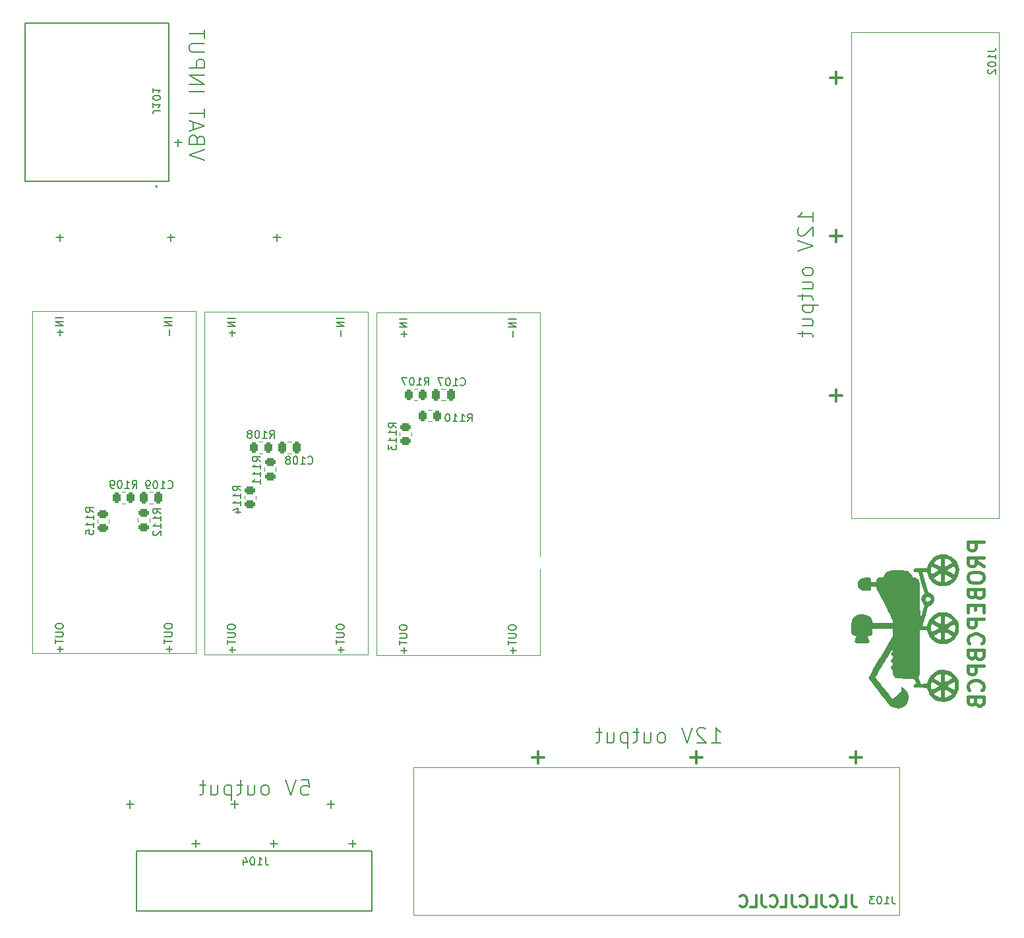
<source format=gbo>
G04 #@! TF.GenerationSoftware,KiCad,Pcbnew,(6.0.0)*
G04 #@! TF.CreationDate,2023-02-19T13:31:38-06:00*
G04 #@! TF.ProjectId,SIC431,53494334-3331-42e6-9b69-6361645f7063,rev?*
G04 #@! TF.SameCoordinates,Original*
G04 #@! TF.FileFunction,Legend,Bot*
G04 #@! TF.FilePolarity,Positive*
%FSLAX46Y46*%
G04 Gerber Fmt 4.6, Leading zero omitted, Abs format (unit mm)*
G04 Created by KiCad (PCBNEW (6.0.0)) date 2023-02-19 13:31:38*
%MOMM*%
%LPD*%
G01*
G04 APERTURE LIST*
G04 Aperture macros list*
%AMRoundRect*
0 Rectangle with rounded corners*
0 $1 Rounding radius*
0 $2 $3 $4 $5 $6 $7 $8 $9 X,Y pos of 4 corners*
0 Add a 4 corners polygon primitive as box body*
4,1,4,$2,$3,$4,$5,$6,$7,$8,$9,$2,$3,0*
0 Add four circle primitives for the rounded corners*
1,1,$1+$1,$2,$3*
1,1,$1+$1,$4,$5*
1,1,$1+$1,$6,$7*
1,1,$1+$1,$8,$9*
0 Add four rect primitives between the rounded corners*
20,1,$1+$1,$2,$3,$4,$5,0*
20,1,$1+$1,$4,$5,$6,$7,0*
20,1,$1+$1,$6,$7,$8,$9,0*
20,1,$1+$1,$8,$9,$2,$3,0*%
%AMHorizOval*
0 Thick line with rounded ends*
0 $1 width*
0 $2 $3 position (X,Y) of the first rounded end (center of the circle)*
0 $4 $5 position (X,Y) of the second rounded end (center of the circle)*
0 Add line between two ends*
20,1,$1,$2,$3,$4,$5,0*
0 Add two circle primitives to create the rounded ends*
1,1,$1,$2,$3*
1,1,$1,$4,$5*%
G04 Aperture macros list end*
%ADD10C,0.300000*%
%ADD11C,0.150000*%
%ADD12C,0.200000*%
%ADD13C,0.180000*%
%ADD14C,0.450000*%
%ADD15C,0.120000*%
%ADD16C,0.127000*%
%ADD17R,1.700000X1.700000*%
%ADD18O,1.700000X1.700000*%
%ADD19HorizOval,2.100000X1.039230X-0.600000X-1.039230X0.600000X0*%
%ADD20HorizOval,2.100000X1.039230X0.600000X-1.039230X-0.600000X0*%
%ADD21C,1.950000*%
%ADD22C,1.350000*%
%ADD23R,2.400000X2.400000*%
%ADD24C,2.400000*%
%ADD25C,0.800000*%
%ADD26C,7.000000*%
%ADD27R,2.124000X2.124000*%
%ADD28C,2.124000*%
%ADD29R,2.300000X2.300000*%
%ADD30C,2.300000*%
%ADD31RoundRect,0.250000X0.450000X-0.262500X0.450000X0.262500X-0.450000X0.262500X-0.450000X-0.262500X0*%
%ADD32RoundRect,0.250000X-0.250000X-0.475000X0.250000X-0.475000X0.250000X0.475000X-0.250000X0.475000X0*%
%ADD33RoundRect,0.250000X0.262500X0.450000X-0.262500X0.450000X-0.262500X-0.450000X0.262500X-0.450000X0*%
%ADD34RoundRect,0.250000X-0.262500X-0.450000X0.262500X-0.450000X0.262500X0.450000X-0.262500X0.450000X0*%
%ADD35C,3.300000*%
%ADD36RoundRect,0.250000X-0.450000X0.262500X-0.450000X-0.262500X0.450000X-0.262500X0.450000X0.262500X0*%
G04 APERTURE END LIST*
D10*
X126481904Y-79892857D02*
X124958095Y-79892857D01*
X125720000Y-80654761D02*
X125720000Y-79130952D01*
D11*
X48906190Y-132359285D02*
X47953809Y-132359285D01*
X48430000Y-132835476D02*
X48430000Y-131883095D01*
X53966190Y-137419285D02*
X53013809Y-137419285D01*
X53490000Y-137895476D02*
X53490000Y-136943095D01*
D10*
X126481904Y-39052857D02*
X124958095Y-39052857D01*
X125720000Y-39814761D02*
X125720000Y-38290952D01*
D12*
X44595238Y-49590952D02*
X42595238Y-48924285D01*
X44595238Y-48257619D01*
X43642857Y-46924285D02*
X43547619Y-46638571D01*
X43452380Y-46543333D01*
X43261904Y-46448095D01*
X42976190Y-46448095D01*
X42785714Y-46543333D01*
X42690476Y-46638571D01*
X42595238Y-46829047D01*
X42595238Y-47590952D01*
X44595238Y-47590952D01*
X44595238Y-46924285D01*
X44500000Y-46733809D01*
X44404761Y-46638571D01*
X44214285Y-46543333D01*
X44023809Y-46543333D01*
X43833333Y-46638571D01*
X43738095Y-46733809D01*
X43642857Y-46924285D01*
X43642857Y-47590952D01*
X43166666Y-45686190D02*
X43166666Y-44733809D01*
X42595238Y-45876666D02*
X44595238Y-45210000D01*
X42595238Y-44543333D01*
X44595238Y-44162380D02*
X44595238Y-43019523D01*
X42595238Y-43590952D02*
X44595238Y-43590952D01*
X42595238Y-40829047D02*
X44595238Y-40829047D01*
X42595238Y-39876666D02*
X44595238Y-39876666D01*
X42595238Y-38733809D01*
X44595238Y-38733809D01*
X42595238Y-37781428D02*
X44595238Y-37781428D01*
X44595238Y-37019523D01*
X44500000Y-36829047D01*
X44404761Y-36733809D01*
X44214285Y-36638571D01*
X43928571Y-36638571D01*
X43738095Y-36733809D01*
X43642857Y-36829047D01*
X43547619Y-37019523D01*
X43547619Y-37781428D01*
X44595238Y-35781428D02*
X42976190Y-35781428D01*
X42785714Y-35686190D01*
X42690476Y-35590952D01*
X42595238Y-35400476D01*
X42595238Y-35019523D01*
X42690476Y-34829047D01*
X42785714Y-34733809D01*
X42976190Y-34638571D01*
X44595238Y-34638571D01*
X44595238Y-33971904D02*
X44595238Y-32829047D01*
X42595238Y-33400476D02*
X44595238Y-33400476D01*
D13*
X109691904Y-124494761D02*
X110834761Y-124494761D01*
X110263333Y-124494761D02*
X110263333Y-122494761D01*
X110453809Y-122780476D01*
X110644285Y-122970952D01*
X110834761Y-123066190D01*
X108930000Y-122685238D02*
X108834761Y-122590000D01*
X108644285Y-122494761D01*
X108168095Y-122494761D01*
X107977619Y-122590000D01*
X107882380Y-122685238D01*
X107787142Y-122875714D01*
X107787142Y-123066190D01*
X107882380Y-123351904D01*
X109025238Y-124494761D01*
X107787142Y-124494761D01*
X107215714Y-122494761D02*
X106549047Y-124494761D01*
X105882380Y-122494761D01*
X103406190Y-124494761D02*
X103596666Y-124399523D01*
X103691904Y-124304285D01*
X103787142Y-124113809D01*
X103787142Y-123542380D01*
X103691904Y-123351904D01*
X103596666Y-123256666D01*
X103406190Y-123161428D01*
X103120476Y-123161428D01*
X102930000Y-123256666D01*
X102834761Y-123351904D01*
X102739523Y-123542380D01*
X102739523Y-124113809D01*
X102834761Y-124304285D01*
X102930000Y-124399523D01*
X103120476Y-124494761D01*
X103406190Y-124494761D01*
X101025238Y-123161428D02*
X101025238Y-124494761D01*
X101882380Y-123161428D02*
X101882380Y-124209047D01*
X101787142Y-124399523D01*
X101596666Y-124494761D01*
X101310952Y-124494761D01*
X101120476Y-124399523D01*
X101025238Y-124304285D01*
X100358571Y-123161428D02*
X99596666Y-123161428D01*
X100072857Y-122494761D02*
X100072857Y-124209047D01*
X99977619Y-124399523D01*
X99787142Y-124494761D01*
X99596666Y-124494761D01*
X98930000Y-123161428D02*
X98930000Y-125161428D01*
X98930000Y-123256666D02*
X98739523Y-123161428D01*
X98358571Y-123161428D01*
X98168095Y-123256666D01*
X98072857Y-123351904D01*
X97977619Y-123542380D01*
X97977619Y-124113809D01*
X98072857Y-124304285D01*
X98168095Y-124399523D01*
X98358571Y-124494761D01*
X98739523Y-124494761D01*
X98930000Y-124399523D01*
X96263333Y-123161428D02*
X96263333Y-124494761D01*
X97120476Y-123161428D02*
X97120476Y-124209047D01*
X97025238Y-124399523D01*
X96834761Y-124494761D01*
X96549047Y-124494761D01*
X96358571Y-124399523D01*
X96263333Y-124304285D01*
X95596666Y-123161428D02*
X94834761Y-123161428D01*
X95310952Y-122494761D02*
X95310952Y-124209047D01*
X95215714Y-124399523D01*
X95025238Y-124494761D01*
X94834761Y-124494761D01*
X57004761Y-129204761D02*
X57957142Y-129204761D01*
X58052380Y-130157142D01*
X57957142Y-130061904D01*
X57766666Y-129966666D01*
X57290476Y-129966666D01*
X57100000Y-130061904D01*
X57004761Y-130157142D01*
X56909523Y-130347619D01*
X56909523Y-130823809D01*
X57004761Y-131014285D01*
X57100000Y-131109523D01*
X57290476Y-131204761D01*
X57766666Y-131204761D01*
X57957142Y-131109523D01*
X58052380Y-131014285D01*
X56338095Y-129204761D02*
X55671428Y-131204761D01*
X55004761Y-129204761D01*
X52528571Y-131204761D02*
X52719047Y-131109523D01*
X52814285Y-131014285D01*
X52909523Y-130823809D01*
X52909523Y-130252380D01*
X52814285Y-130061904D01*
X52719047Y-129966666D01*
X52528571Y-129871428D01*
X52242857Y-129871428D01*
X52052380Y-129966666D01*
X51957142Y-130061904D01*
X51861904Y-130252380D01*
X51861904Y-130823809D01*
X51957142Y-131014285D01*
X52052380Y-131109523D01*
X52242857Y-131204761D01*
X52528571Y-131204761D01*
X50147619Y-129871428D02*
X50147619Y-131204761D01*
X51004761Y-129871428D02*
X51004761Y-130919047D01*
X50909523Y-131109523D01*
X50719047Y-131204761D01*
X50433333Y-131204761D01*
X50242857Y-131109523D01*
X50147619Y-131014285D01*
X49480952Y-129871428D02*
X48719047Y-129871428D01*
X49195238Y-129204761D02*
X49195238Y-130919047D01*
X49100000Y-131109523D01*
X48909523Y-131204761D01*
X48719047Y-131204761D01*
X48052380Y-129871428D02*
X48052380Y-131871428D01*
X48052380Y-129966666D02*
X47861904Y-129871428D01*
X47480952Y-129871428D01*
X47290476Y-129966666D01*
X47195238Y-130061904D01*
X47100000Y-130252380D01*
X47100000Y-130823809D01*
X47195238Y-131014285D01*
X47290476Y-131109523D01*
X47480952Y-131204761D01*
X47861904Y-131204761D01*
X48052380Y-131109523D01*
X45385714Y-129871428D02*
X45385714Y-131204761D01*
X46242857Y-129871428D02*
X46242857Y-130919047D01*
X46147619Y-131109523D01*
X45957142Y-131204761D01*
X45671428Y-131204761D01*
X45480952Y-131109523D01*
X45385714Y-131014285D01*
X44719047Y-129871428D02*
X43957142Y-129871428D01*
X44433333Y-129204761D02*
X44433333Y-130919047D01*
X44338095Y-131109523D01*
X44147619Y-131204761D01*
X43957142Y-131204761D01*
D11*
X61286190Y-132359285D02*
X60333809Y-132359285D01*
X60810000Y-132835476D02*
X60810000Y-131883095D01*
X64056190Y-137419285D02*
X63103809Y-137419285D01*
X63580000Y-137895476D02*
X63580000Y-136943095D01*
X54356190Y-59559285D02*
X53403809Y-59559285D01*
X53880000Y-60035476D02*
X53880000Y-59083095D01*
X41686190Y-47359285D02*
X40733809Y-47359285D01*
X41210000Y-47835476D02*
X41210000Y-46883095D01*
X26486190Y-59559285D02*
X25533809Y-59559285D01*
X26010000Y-60035476D02*
X26010000Y-59083095D01*
D10*
X128242857Y-125618095D02*
X128242857Y-127141904D01*
X129004761Y-126380000D02*
X127480952Y-126380000D01*
X127708571Y-144048571D02*
X127708571Y-145120000D01*
X127780000Y-145334285D01*
X127922857Y-145477142D01*
X128137142Y-145548571D01*
X128280000Y-145548571D01*
X126280000Y-145548571D02*
X126994285Y-145548571D01*
X126994285Y-144048571D01*
X124922857Y-145405714D02*
X124994285Y-145477142D01*
X125208571Y-145548571D01*
X125351428Y-145548571D01*
X125565714Y-145477142D01*
X125708571Y-145334285D01*
X125780000Y-145191428D01*
X125851428Y-144905714D01*
X125851428Y-144691428D01*
X125780000Y-144405714D01*
X125708571Y-144262857D01*
X125565714Y-144120000D01*
X125351428Y-144048571D01*
X125208571Y-144048571D01*
X124994285Y-144120000D01*
X124922857Y-144191428D01*
X123851428Y-144048571D02*
X123851428Y-145120000D01*
X123922857Y-145334285D01*
X124065714Y-145477142D01*
X124280000Y-145548571D01*
X124422857Y-145548571D01*
X122422857Y-145548571D02*
X123137142Y-145548571D01*
X123137142Y-144048571D01*
X121065714Y-145405714D02*
X121137142Y-145477142D01*
X121351428Y-145548571D01*
X121494285Y-145548571D01*
X121708571Y-145477142D01*
X121851428Y-145334285D01*
X121922857Y-145191428D01*
X121994285Y-144905714D01*
X121994285Y-144691428D01*
X121922857Y-144405714D01*
X121851428Y-144262857D01*
X121708571Y-144120000D01*
X121494285Y-144048571D01*
X121351428Y-144048571D01*
X121137142Y-144120000D01*
X121065714Y-144191428D01*
X119994285Y-144048571D02*
X119994285Y-145120000D01*
X120065714Y-145334285D01*
X120208571Y-145477142D01*
X120422857Y-145548571D01*
X120565714Y-145548571D01*
X118565714Y-145548571D02*
X119280000Y-145548571D01*
X119280000Y-144048571D01*
X117208571Y-145405714D02*
X117280000Y-145477142D01*
X117494285Y-145548571D01*
X117637142Y-145548571D01*
X117851428Y-145477142D01*
X117994285Y-145334285D01*
X118065714Y-145191428D01*
X118137142Y-144905714D01*
X118137142Y-144691428D01*
X118065714Y-144405714D01*
X117994285Y-144262857D01*
X117851428Y-144120000D01*
X117637142Y-144048571D01*
X117494285Y-144048571D01*
X117280000Y-144120000D01*
X117208571Y-144191428D01*
X116137142Y-144048571D02*
X116137142Y-145120000D01*
X116208571Y-145334285D01*
X116351428Y-145477142D01*
X116565714Y-145548571D01*
X116708571Y-145548571D01*
X114708571Y-145548571D02*
X115422857Y-145548571D01*
X115422857Y-144048571D01*
X113351428Y-145405714D02*
X113422857Y-145477142D01*
X113637142Y-145548571D01*
X113780000Y-145548571D01*
X113994285Y-145477142D01*
X114137142Y-145334285D01*
X114208571Y-145191428D01*
X114280000Y-144905714D01*
X114280000Y-144691428D01*
X114208571Y-144405714D01*
X114137142Y-144262857D01*
X113994285Y-144120000D01*
X113780000Y-144048571D01*
X113637142Y-144048571D01*
X113422857Y-144120000D01*
X113351428Y-144191428D01*
D11*
X35496190Y-132359285D02*
X34543809Y-132359285D01*
X35020000Y-132835476D02*
X35020000Y-131883095D01*
D13*
X122734761Y-57488095D02*
X122734761Y-56345238D01*
X122734761Y-56916666D02*
X120734761Y-56916666D01*
X121020476Y-56726190D01*
X121210952Y-56535714D01*
X121306190Y-56345238D01*
X120925238Y-58250000D02*
X120830000Y-58345238D01*
X120734761Y-58535714D01*
X120734761Y-59011904D01*
X120830000Y-59202380D01*
X120925238Y-59297619D01*
X121115714Y-59392857D01*
X121306190Y-59392857D01*
X121591904Y-59297619D01*
X122734761Y-58154761D01*
X122734761Y-59392857D01*
X120734761Y-59964285D02*
X122734761Y-60630952D01*
X120734761Y-61297619D01*
X122734761Y-63773809D02*
X122639523Y-63583333D01*
X122544285Y-63488095D01*
X122353809Y-63392857D01*
X121782380Y-63392857D01*
X121591904Y-63488095D01*
X121496666Y-63583333D01*
X121401428Y-63773809D01*
X121401428Y-64059523D01*
X121496666Y-64250000D01*
X121591904Y-64345238D01*
X121782380Y-64440476D01*
X122353809Y-64440476D01*
X122544285Y-64345238D01*
X122639523Y-64250000D01*
X122734761Y-64059523D01*
X122734761Y-63773809D01*
X121401428Y-66154761D02*
X122734761Y-66154761D01*
X121401428Y-65297619D02*
X122449047Y-65297619D01*
X122639523Y-65392857D01*
X122734761Y-65583333D01*
X122734761Y-65869047D01*
X122639523Y-66059523D01*
X122544285Y-66154761D01*
X121401428Y-66821428D02*
X121401428Y-67583333D01*
X120734761Y-67107142D02*
X122449047Y-67107142D01*
X122639523Y-67202380D01*
X122734761Y-67392857D01*
X122734761Y-67583333D01*
X121401428Y-68250000D02*
X123401428Y-68250000D01*
X121496666Y-68250000D02*
X121401428Y-68440476D01*
X121401428Y-68821428D01*
X121496666Y-69011904D01*
X121591904Y-69107142D01*
X121782380Y-69202380D01*
X122353809Y-69202380D01*
X122544285Y-69107142D01*
X122639523Y-69011904D01*
X122734761Y-68821428D01*
X122734761Y-68440476D01*
X122639523Y-68250000D01*
X121401428Y-70916666D02*
X122734761Y-70916666D01*
X121401428Y-70059523D02*
X122449047Y-70059523D01*
X122639523Y-70154761D01*
X122734761Y-70345238D01*
X122734761Y-70630952D01*
X122639523Y-70821428D01*
X122544285Y-70916666D01*
X121401428Y-71583333D02*
X121401428Y-72345238D01*
X120734761Y-71869047D02*
X122449047Y-71869047D01*
X122639523Y-71964285D01*
X122734761Y-72154761D01*
X122734761Y-72345238D01*
D10*
X107692857Y-125618095D02*
X107692857Y-127141904D01*
X108454761Y-126380000D02*
X106930952Y-126380000D01*
D11*
X43946190Y-137419285D02*
X42993809Y-137419285D01*
X43470000Y-137895476D02*
X43470000Y-136943095D01*
D10*
X87402857Y-125618095D02*
X87402857Y-127141904D01*
X88164761Y-126380000D02*
X86640952Y-126380000D01*
X126481904Y-59342857D02*
X124958095Y-59342857D01*
X125720000Y-60104761D02*
X125720000Y-58580952D01*
D14*
X144624761Y-98653809D02*
X142624761Y-98653809D01*
X142624761Y-99415714D01*
X142720000Y-99606190D01*
X142815238Y-99701428D01*
X143005714Y-99796666D01*
X143291428Y-99796666D01*
X143481904Y-99701428D01*
X143577142Y-99606190D01*
X143672380Y-99415714D01*
X143672380Y-98653809D01*
X144624761Y-101796666D02*
X143672380Y-101130000D01*
X144624761Y-100653809D02*
X142624761Y-100653809D01*
X142624761Y-101415714D01*
X142720000Y-101606190D01*
X142815238Y-101701428D01*
X143005714Y-101796666D01*
X143291428Y-101796666D01*
X143481904Y-101701428D01*
X143577142Y-101606190D01*
X143672380Y-101415714D01*
X143672380Y-100653809D01*
X142624761Y-103034761D02*
X142624761Y-103415714D01*
X142720000Y-103606190D01*
X142910476Y-103796666D01*
X143291428Y-103891904D01*
X143958095Y-103891904D01*
X144339047Y-103796666D01*
X144529523Y-103606190D01*
X144624761Y-103415714D01*
X144624761Y-103034761D01*
X144529523Y-102844285D01*
X144339047Y-102653809D01*
X143958095Y-102558571D01*
X143291428Y-102558571D01*
X142910476Y-102653809D01*
X142720000Y-102844285D01*
X142624761Y-103034761D01*
X143577142Y-105415714D02*
X143672380Y-105701428D01*
X143767619Y-105796666D01*
X143958095Y-105891904D01*
X144243809Y-105891904D01*
X144434285Y-105796666D01*
X144529523Y-105701428D01*
X144624761Y-105510952D01*
X144624761Y-104749047D01*
X142624761Y-104749047D01*
X142624761Y-105415714D01*
X142720000Y-105606190D01*
X142815238Y-105701428D01*
X143005714Y-105796666D01*
X143196190Y-105796666D01*
X143386666Y-105701428D01*
X143481904Y-105606190D01*
X143577142Y-105415714D01*
X143577142Y-104749047D01*
X143577142Y-106749047D02*
X143577142Y-107415714D01*
X144624761Y-107701428D02*
X144624761Y-106749047D01*
X142624761Y-106749047D01*
X142624761Y-107701428D01*
X144624761Y-108558571D02*
X142624761Y-108558571D01*
X142624761Y-109320476D01*
X142720000Y-109510952D01*
X142815238Y-109606190D01*
X143005714Y-109701428D01*
X143291428Y-109701428D01*
X143481904Y-109606190D01*
X143577142Y-109510952D01*
X143672380Y-109320476D01*
X143672380Y-108558571D01*
X144434285Y-111701428D02*
X144529523Y-111606190D01*
X144624761Y-111320476D01*
X144624761Y-111130000D01*
X144529523Y-110844285D01*
X144339047Y-110653809D01*
X144148571Y-110558571D01*
X143767619Y-110463333D01*
X143481904Y-110463333D01*
X143100952Y-110558571D01*
X142910476Y-110653809D01*
X142720000Y-110844285D01*
X142624761Y-111130000D01*
X142624761Y-111320476D01*
X142720000Y-111606190D01*
X142815238Y-111701428D01*
X143577142Y-113225238D02*
X143672380Y-113510952D01*
X143767619Y-113606190D01*
X143958095Y-113701428D01*
X144243809Y-113701428D01*
X144434285Y-113606190D01*
X144529523Y-113510952D01*
X144624761Y-113320476D01*
X144624761Y-112558571D01*
X142624761Y-112558571D01*
X142624761Y-113225238D01*
X142720000Y-113415714D01*
X142815238Y-113510952D01*
X143005714Y-113606190D01*
X143196190Y-113606190D01*
X143386666Y-113510952D01*
X143481904Y-113415714D01*
X143577142Y-113225238D01*
X143577142Y-112558571D01*
X144624761Y-114558571D02*
X142624761Y-114558571D01*
X142624761Y-115320476D01*
X142720000Y-115510952D01*
X142815238Y-115606190D01*
X143005714Y-115701428D01*
X143291428Y-115701428D01*
X143481904Y-115606190D01*
X143577142Y-115510952D01*
X143672380Y-115320476D01*
X143672380Y-114558571D01*
X144434285Y-117701428D02*
X144529523Y-117606190D01*
X144624761Y-117320476D01*
X144624761Y-117130000D01*
X144529523Y-116844285D01*
X144339047Y-116653809D01*
X144148571Y-116558571D01*
X143767619Y-116463333D01*
X143481904Y-116463333D01*
X143100952Y-116558571D01*
X142910476Y-116653809D01*
X142720000Y-116844285D01*
X142624761Y-117130000D01*
X142624761Y-117320476D01*
X142720000Y-117606190D01*
X142815238Y-117701428D01*
X143577142Y-119225238D02*
X143672380Y-119510952D01*
X143767619Y-119606190D01*
X143958095Y-119701428D01*
X144243809Y-119701428D01*
X144434285Y-119606190D01*
X144529523Y-119510952D01*
X144624761Y-119320476D01*
X144624761Y-118558571D01*
X142624761Y-118558571D01*
X142624761Y-119225238D01*
X142720000Y-119415714D01*
X142815238Y-119510952D01*
X143005714Y-119606190D01*
X143196190Y-119606190D01*
X143386666Y-119510952D01*
X143481904Y-119415714D01*
X143577142Y-119225238D01*
X143577142Y-118558571D01*
D11*
X40756190Y-59559285D02*
X39803809Y-59559285D01*
X40280000Y-60035476D02*
X40280000Y-59083095D01*
X52405714Y-139152380D02*
X52405714Y-139866666D01*
X52453333Y-140009523D01*
X52548571Y-140104761D01*
X52691428Y-140152380D01*
X52786666Y-140152380D01*
X51405714Y-140152380D02*
X51977142Y-140152380D01*
X51691428Y-140152380D02*
X51691428Y-139152380D01*
X51786666Y-139295238D01*
X51881904Y-139390476D01*
X51977142Y-139438095D01*
X50786666Y-139152380D02*
X50691428Y-139152380D01*
X50596190Y-139200000D01*
X50548571Y-139247619D01*
X50500952Y-139342857D01*
X50453333Y-139533333D01*
X50453333Y-139771428D01*
X50500952Y-139961904D01*
X50548571Y-140057142D01*
X50596190Y-140104761D01*
X50691428Y-140152380D01*
X50786666Y-140152380D01*
X50881904Y-140104761D01*
X50929523Y-140057142D01*
X50977142Y-139961904D01*
X51024761Y-139771428D01*
X51024761Y-139533333D01*
X50977142Y-139342857D01*
X50929523Y-139247619D01*
X50881904Y-139200000D01*
X50786666Y-139152380D01*
X49596190Y-139485714D02*
X49596190Y-140152380D01*
X49834285Y-139104761D02*
X50072380Y-139819047D01*
X49453333Y-139819047D01*
X132895714Y-144172380D02*
X132895714Y-144886666D01*
X132943333Y-145029523D01*
X133038571Y-145124761D01*
X133181428Y-145172380D01*
X133276666Y-145172380D01*
X131895714Y-145172380D02*
X132467142Y-145172380D01*
X132181428Y-145172380D02*
X132181428Y-144172380D01*
X132276666Y-144315238D01*
X132371904Y-144410476D01*
X132467142Y-144458095D01*
X131276666Y-144172380D02*
X131181428Y-144172380D01*
X131086190Y-144220000D01*
X131038571Y-144267619D01*
X130990952Y-144362857D01*
X130943333Y-144553333D01*
X130943333Y-144791428D01*
X130990952Y-144981904D01*
X131038571Y-145077142D01*
X131086190Y-145124761D01*
X131181428Y-145172380D01*
X131276666Y-145172380D01*
X131371904Y-145124761D01*
X131419523Y-145077142D01*
X131467142Y-144981904D01*
X131514761Y-144791428D01*
X131514761Y-144553333D01*
X131467142Y-144362857D01*
X131419523Y-144267619D01*
X131371904Y-144220000D01*
X131276666Y-144172380D01*
X130610000Y-144172380D02*
X129990952Y-144172380D01*
X130324285Y-144553333D01*
X130181428Y-144553333D01*
X130086190Y-144600952D01*
X130038571Y-144648571D01*
X129990952Y-144743809D01*
X129990952Y-144981904D01*
X130038571Y-145077142D01*
X130086190Y-145124761D01*
X130181428Y-145172380D01*
X130467142Y-145172380D01*
X130562380Y-145124761D01*
X130610000Y-145077142D01*
X38927619Y-43275714D02*
X38213333Y-43275714D01*
X38070476Y-43323333D01*
X37975238Y-43418571D01*
X37927619Y-43561428D01*
X37927619Y-43656666D01*
X37927619Y-42275714D02*
X37927619Y-42847142D01*
X37927619Y-42561428D02*
X38927619Y-42561428D01*
X38784761Y-42656666D01*
X38689523Y-42751904D01*
X38641904Y-42847142D01*
X38927619Y-41656666D02*
X38927619Y-41561428D01*
X38880000Y-41466190D01*
X38832380Y-41418571D01*
X38737142Y-41370952D01*
X38546666Y-41323333D01*
X38308571Y-41323333D01*
X38118095Y-41370952D01*
X38022857Y-41418571D01*
X37975238Y-41466190D01*
X37927619Y-41561428D01*
X37927619Y-41656666D01*
X37975238Y-41751904D01*
X38022857Y-41799523D01*
X38118095Y-41847142D01*
X38308571Y-41894761D01*
X38546666Y-41894761D01*
X38737142Y-41847142D01*
X38832380Y-41799523D01*
X38880000Y-41751904D01*
X38927619Y-41656666D01*
X37927619Y-40370952D02*
X37927619Y-40942380D01*
X37927619Y-40656666D02*
X38927619Y-40656666D01*
X38784761Y-40751904D01*
X38689523Y-40847142D01*
X38641904Y-40942380D01*
X30352380Y-94860952D02*
X29876190Y-94527619D01*
X30352380Y-94289523D02*
X29352380Y-94289523D01*
X29352380Y-94670476D01*
X29400000Y-94765714D01*
X29447619Y-94813333D01*
X29542857Y-94860952D01*
X29685714Y-94860952D01*
X29780952Y-94813333D01*
X29828571Y-94765714D01*
X29876190Y-94670476D01*
X29876190Y-94289523D01*
X30352380Y-95813333D02*
X30352380Y-95241904D01*
X30352380Y-95527619D02*
X29352380Y-95527619D01*
X29495238Y-95432380D01*
X29590476Y-95337142D01*
X29638095Y-95241904D01*
X30352380Y-96765714D02*
X30352380Y-96194285D01*
X30352380Y-96480000D02*
X29352380Y-96480000D01*
X29495238Y-96384761D01*
X29590476Y-96289523D01*
X29638095Y-96194285D01*
X29352380Y-97670476D02*
X29352380Y-97194285D01*
X29828571Y-97146666D01*
X29780952Y-97194285D01*
X29733333Y-97289523D01*
X29733333Y-97527619D01*
X29780952Y-97622857D01*
X29828571Y-97670476D01*
X29923809Y-97718095D01*
X30161904Y-97718095D01*
X30257142Y-97670476D01*
X30304761Y-97622857D01*
X30352380Y-97527619D01*
X30352380Y-97289523D01*
X30304761Y-97194285D01*
X30257142Y-97146666D01*
X77459047Y-78487142D02*
X77506666Y-78534761D01*
X77649523Y-78582380D01*
X77744761Y-78582380D01*
X77887619Y-78534761D01*
X77982857Y-78439523D01*
X78030476Y-78344285D01*
X78078095Y-78153809D01*
X78078095Y-78010952D01*
X78030476Y-77820476D01*
X77982857Y-77725238D01*
X77887619Y-77630000D01*
X77744761Y-77582380D01*
X77649523Y-77582380D01*
X77506666Y-77630000D01*
X77459047Y-77677619D01*
X76506666Y-78582380D02*
X77078095Y-78582380D01*
X76792380Y-78582380D02*
X76792380Y-77582380D01*
X76887619Y-77725238D01*
X76982857Y-77820476D01*
X77078095Y-77868095D01*
X75887619Y-77582380D02*
X75792380Y-77582380D01*
X75697142Y-77630000D01*
X75649523Y-77677619D01*
X75601904Y-77772857D01*
X75554285Y-77963333D01*
X75554285Y-78201428D01*
X75601904Y-78391904D01*
X75649523Y-78487142D01*
X75697142Y-78534761D01*
X75792380Y-78582380D01*
X75887619Y-78582380D01*
X75982857Y-78534761D01*
X76030476Y-78487142D01*
X76078095Y-78391904D01*
X76125714Y-78201428D01*
X76125714Y-77963333D01*
X76078095Y-77772857D01*
X76030476Y-77677619D01*
X75982857Y-77630000D01*
X75887619Y-77582380D01*
X75220952Y-77582380D02*
X74554285Y-77582380D01*
X74982857Y-78582380D01*
X69222380Y-83970952D02*
X68746190Y-83637619D01*
X69222380Y-83399523D02*
X68222380Y-83399523D01*
X68222380Y-83780476D01*
X68270000Y-83875714D01*
X68317619Y-83923333D01*
X68412857Y-83970952D01*
X68555714Y-83970952D01*
X68650952Y-83923333D01*
X68698571Y-83875714D01*
X68746190Y-83780476D01*
X68746190Y-83399523D01*
X69222380Y-84923333D02*
X69222380Y-84351904D01*
X69222380Y-84637619D02*
X68222380Y-84637619D01*
X68365238Y-84542380D01*
X68460476Y-84447142D01*
X68508095Y-84351904D01*
X69222380Y-85875714D02*
X69222380Y-85304285D01*
X69222380Y-85590000D02*
X68222380Y-85590000D01*
X68365238Y-85494761D01*
X68460476Y-85399523D01*
X68508095Y-85304285D01*
X68222380Y-86209047D02*
X68222380Y-86828095D01*
X68603333Y-86494761D01*
X68603333Y-86637619D01*
X68650952Y-86732857D01*
X68698571Y-86780476D01*
X68793809Y-86828095D01*
X69031904Y-86828095D01*
X69127142Y-86780476D01*
X69174761Y-86732857D01*
X69222380Y-86637619D01*
X69222380Y-86351904D01*
X69174761Y-86256666D01*
X69127142Y-86209047D01*
X35314047Y-91772380D02*
X35647380Y-91296190D01*
X35885476Y-91772380D02*
X35885476Y-90772380D01*
X35504523Y-90772380D01*
X35409285Y-90820000D01*
X35361666Y-90867619D01*
X35314047Y-90962857D01*
X35314047Y-91105714D01*
X35361666Y-91200952D01*
X35409285Y-91248571D01*
X35504523Y-91296190D01*
X35885476Y-91296190D01*
X34361666Y-91772380D02*
X34933095Y-91772380D01*
X34647380Y-91772380D02*
X34647380Y-90772380D01*
X34742619Y-90915238D01*
X34837857Y-91010476D01*
X34933095Y-91058095D01*
X33742619Y-90772380D02*
X33647380Y-90772380D01*
X33552142Y-90820000D01*
X33504523Y-90867619D01*
X33456904Y-90962857D01*
X33409285Y-91153333D01*
X33409285Y-91391428D01*
X33456904Y-91581904D01*
X33504523Y-91677142D01*
X33552142Y-91724761D01*
X33647380Y-91772380D01*
X33742619Y-91772380D01*
X33837857Y-91724761D01*
X33885476Y-91677142D01*
X33933095Y-91581904D01*
X33980714Y-91391428D01*
X33980714Y-91153333D01*
X33933095Y-90962857D01*
X33885476Y-90867619D01*
X33837857Y-90820000D01*
X33742619Y-90772380D01*
X32933095Y-91772380D02*
X32742619Y-91772380D01*
X32647380Y-91724761D01*
X32599761Y-91677142D01*
X32504523Y-91534285D01*
X32456904Y-91343809D01*
X32456904Y-90962857D01*
X32504523Y-90867619D01*
X32552142Y-90820000D01*
X32647380Y-90772380D01*
X32837857Y-90772380D01*
X32933095Y-90820000D01*
X32980714Y-90867619D01*
X33028333Y-90962857D01*
X33028333Y-91200952D01*
X32980714Y-91296190D01*
X32933095Y-91343809D01*
X32837857Y-91391428D01*
X32647380Y-91391428D01*
X32552142Y-91343809D01*
X32504523Y-91296190D01*
X32456904Y-91200952D01*
X49242380Y-92080952D02*
X48766190Y-91747619D01*
X49242380Y-91509523D02*
X48242380Y-91509523D01*
X48242380Y-91890476D01*
X48290000Y-91985714D01*
X48337619Y-92033333D01*
X48432857Y-92080952D01*
X48575714Y-92080952D01*
X48670952Y-92033333D01*
X48718571Y-91985714D01*
X48766190Y-91890476D01*
X48766190Y-91509523D01*
X49242380Y-93033333D02*
X49242380Y-92461904D01*
X49242380Y-92747619D02*
X48242380Y-92747619D01*
X48385238Y-92652380D01*
X48480476Y-92557142D01*
X48528095Y-92461904D01*
X49242380Y-93985714D02*
X49242380Y-93414285D01*
X49242380Y-93700000D02*
X48242380Y-93700000D01*
X48385238Y-93604761D01*
X48480476Y-93509523D01*
X48528095Y-93414285D01*
X48575714Y-94842857D02*
X49242380Y-94842857D01*
X48194761Y-94604761D02*
X48909047Y-94366666D01*
X48909047Y-94985714D01*
X145182380Y-35634285D02*
X145896666Y-35634285D01*
X146039523Y-35586666D01*
X146134761Y-35491428D01*
X146182380Y-35348571D01*
X146182380Y-35253333D01*
X146182380Y-36634285D02*
X146182380Y-36062857D01*
X146182380Y-36348571D02*
X145182380Y-36348571D01*
X145325238Y-36253333D01*
X145420476Y-36158095D01*
X145468095Y-36062857D01*
X145182380Y-37253333D02*
X145182380Y-37348571D01*
X145230000Y-37443809D01*
X145277619Y-37491428D01*
X145372857Y-37539047D01*
X145563333Y-37586666D01*
X145801428Y-37586666D01*
X145991904Y-37539047D01*
X146087142Y-37491428D01*
X146134761Y-37443809D01*
X146182380Y-37348571D01*
X146182380Y-37253333D01*
X146134761Y-37158095D01*
X146087142Y-37110476D01*
X145991904Y-37062857D01*
X145801428Y-37015238D01*
X145563333Y-37015238D01*
X145372857Y-37062857D01*
X145277619Y-37110476D01*
X145230000Y-37158095D01*
X145182380Y-37253333D01*
X145277619Y-37967619D02*
X145230000Y-38015238D01*
X145182380Y-38110476D01*
X145182380Y-38348571D01*
X145230000Y-38443809D01*
X145277619Y-38491428D01*
X145372857Y-38539047D01*
X145468095Y-38539047D01*
X145610952Y-38491428D01*
X146182380Y-37920000D01*
X146182380Y-38539047D01*
X78369047Y-83202380D02*
X78702380Y-82726190D01*
X78940476Y-83202380D02*
X78940476Y-82202380D01*
X78559523Y-82202380D01*
X78464285Y-82250000D01*
X78416666Y-82297619D01*
X78369047Y-82392857D01*
X78369047Y-82535714D01*
X78416666Y-82630952D01*
X78464285Y-82678571D01*
X78559523Y-82726190D01*
X78940476Y-82726190D01*
X77416666Y-83202380D02*
X77988095Y-83202380D01*
X77702380Y-83202380D02*
X77702380Y-82202380D01*
X77797619Y-82345238D01*
X77892857Y-82440476D01*
X77988095Y-82488095D01*
X76464285Y-83202380D02*
X77035714Y-83202380D01*
X76750000Y-83202380D02*
X76750000Y-82202380D01*
X76845238Y-82345238D01*
X76940476Y-82440476D01*
X77035714Y-82488095D01*
X75845238Y-82202380D02*
X75750000Y-82202380D01*
X75654761Y-82250000D01*
X75607142Y-82297619D01*
X75559523Y-82392857D01*
X75511904Y-82583333D01*
X75511904Y-82821428D01*
X75559523Y-83011904D01*
X75607142Y-83107142D01*
X75654761Y-83154761D01*
X75750000Y-83202380D01*
X75845238Y-83202380D01*
X75940476Y-83154761D01*
X75988095Y-83107142D01*
X76035714Y-83011904D01*
X76083333Y-82821428D01*
X76083333Y-82583333D01*
X76035714Y-82392857D01*
X75988095Y-82297619D01*
X75940476Y-82250000D01*
X75845238Y-82202380D01*
X48512380Y-69947142D02*
X47512380Y-69947142D01*
X48512380Y-70423333D02*
X47512380Y-70423333D01*
X48512380Y-70994761D01*
X47512380Y-70994761D01*
X48131428Y-71470952D02*
X48131428Y-72232857D01*
X48512380Y-71851904D02*
X47750476Y-71851904D01*
X62512380Y-69947142D02*
X61512380Y-69947142D01*
X62512380Y-70423333D02*
X61512380Y-70423333D01*
X62512380Y-70994761D01*
X61512380Y-70994761D01*
X62131428Y-71470952D02*
X62131428Y-72232857D01*
X61512380Y-109470952D02*
X61512380Y-109661428D01*
X61560000Y-109756666D01*
X61655238Y-109851904D01*
X61845714Y-109899523D01*
X62179047Y-109899523D01*
X62369523Y-109851904D01*
X62464761Y-109756666D01*
X62512380Y-109661428D01*
X62512380Y-109470952D01*
X62464761Y-109375714D01*
X62369523Y-109280476D01*
X62179047Y-109232857D01*
X61845714Y-109232857D01*
X61655238Y-109280476D01*
X61560000Y-109375714D01*
X61512380Y-109470952D01*
X61512380Y-110328095D02*
X62321904Y-110328095D01*
X62417142Y-110375714D01*
X62464761Y-110423333D01*
X62512380Y-110518571D01*
X62512380Y-110709047D01*
X62464761Y-110804285D01*
X62417142Y-110851904D01*
X62321904Y-110899523D01*
X61512380Y-110899523D01*
X61512380Y-111232857D02*
X61512380Y-111804285D01*
X62512380Y-111518571D02*
X61512380Y-111518571D01*
X62131428Y-112137619D02*
X62131428Y-112899523D01*
X62512380Y-112518571D02*
X61750476Y-112518571D01*
X47512380Y-109470952D02*
X47512380Y-109661428D01*
X47560000Y-109756666D01*
X47655238Y-109851904D01*
X47845714Y-109899523D01*
X48179047Y-109899523D01*
X48369523Y-109851904D01*
X48464761Y-109756666D01*
X48512380Y-109661428D01*
X48512380Y-109470952D01*
X48464761Y-109375714D01*
X48369523Y-109280476D01*
X48179047Y-109232857D01*
X47845714Y-109232857D01*
X47655238Y-109280476D01*
X47560000Y-109375714D01*
X47512380Y-109470952D01*
X47512380Y-110328095D02*
X48321904Y-110328095D01*
X48417142Y-110375714D01*
X48464761Y-110423333D01*
X48512380Y-110518571D01*
X48512380Y-110709047D01*
X48464761Y-110804285D01*
X48417142Y-110851904D01*
X48321904Y-110899523D01*
X47512380Y-110899523D01*
X47512380Y-111232857D02*
X47512380Y-111804285D01*
X48512380Y-111518571D02*
X47512380Y-111518571D01*
X48131428Y-112137619D02*
X48131428Y-112899523D01*
X48512380Y-112518571D02*
X47750476Y-112518571D01*
X52956547Y-85349880D02*
X53289880Y-84873690D01*
X53527976Y-85349880D02*
X53527976Y-84349880D01*
X53147023Y-84349880D01*
X53051785Y-84397500D01*
X53004166Y-84445119D01*
X52956547Y-84540357D01*
X52956547Y-84683214D01*
X53004166Y-84778452D01*
X53051785Y-84826071D01*
X53147023Y-84873690D01*
X53527976Y-84873690D01*
X52004166Y-85349880D02*
X52575595Y-85349880D01*
X52289880Y-85349880D02*
X52289880Y-84349880D01*
X52385119Y-84492738D01*
X52480357Y-84587976D01*
X52575595Y-84635595D01*
X51385119Y-84349880D02*
X51289880Y-84349880D01*
X51194642Y-84397500D01*
X51147023Y-84445119D01*
X51099404Y-84540357D01*
X51051785Y-84730833D01*
X51051785Y-84968928D01*
X51099404Y-85159404D01*
X51147023Y-85254642D01*
X51194642Y-85302261D01*
X51289880Y-85349880D01*
X51385119Y-85349880D01*
X51480357Y-85302261D01*
X51527976Y-85254642D01*
X51575595Y-85159404D01*
X51623214Y-84968928D01*
X51623214Y-84730833D01*
X51575595Y-84540357D01*
X51527976Y-84445119D01*
X51480357Y-84397500D01*
X51385119Y-84349880D01*
X50480357Y-84778452D02*
X50575595Y-84730833D01*
X50623214Y-84683214D01*
X50670833Y-84587976D01*
X50670833Y-84540357D01*
X50623214Y-84445119D01*
X50575595Y-84397500D01*
X50480357Y-84349880D01*
X50289880Y-84349880D01*
X50194642Y-84397500D01*
X50147023Y-84445119D01*
X50099404Y-84540357D01*
X50099404Y-84587976D01*
X50147023Y-84683214D01*
X50194642Y-84730833D01*
X50289880Y-84778452D01*
X50480357Y-84778452D01*
X50575595Y-84826071D01*
X50623214Y-84873690D01*
X50670833Y-84968928D01*
X50670833Y-85159404D01*
X50623214Y-85254642D01*
X50575595Y-85302261D01*
X50480357Y-85349880D01*
X50289880Y-85349880D01*
X50194642Y-85302261D01*
X50147023Y-85254642D01*
X50099404Y-85159404D01*
X50099404Y-84968928D01*
X50147023Y-84873690D01*
X50194642Y-84826071D01*
X50289880Y-84778452D01*
X40432380Y-69857142D02*
X39432380Y-69857142D01*
X40432380Y-70333333D02*
X39432380Y-70333333D01*
X40432380Y-70904761D01*
X39432380Y-70904761D01*
X40051428Y-71380952D02*
X40051428Y-72142857D01*
X39432380Y-109380952D02*
X39432380Y-109571428D01*
X39480000Y-109666666D01*
X39575238Y-109761904D01*
X39765714Y-109809523D01*
X40099047Y-109809523D01*
X40289523Y-109761904D01*
X40384761Y-109666666D01*
X40432380Y-109571428D01*
X40432380Y-109380952D01*
X40384761Y-109285714D01*
X40289523Y-109190476D01*
X40099047Y-109142857D01*
X39765714Y-109142857D01*
X39575238Y-109190476D01*
X39480000Y-109285714D01*
X39432380Y-109380952D01*
X39432380Y-110238095D02*
X40241904Y-110238095D01*
X40337142Y-110285714D01*
X40384761Y-110333333D01*
X40432380Y-110428571D01*
X40432380Y-110619047D01*
X40384761Y-110714285D01*
X40337142Y-110761904D01*
X40241904Y-110809523D01*
X39432380Y-110809523D01*
X39432380Y-111142857D02*
X39432380Y-111714285D01*
X40432380Y-111428571D02*
X39432380Y-111428571D01*
X40051428Y-112047619D02*
X40051428Y-112809523D01*
X40432380Y-112428571D02*
X39670476Y-112428571D01*
X26432380Y-69857142D02*
X25432380Y-69857142D01*
X26432380Y-70333333D02*
X25432380Y-70333333D01*
X26432380Y-70904761D01*
X25432380Y-70904761D01*
X26051428Y-71380952D02*
X26051428Y-72142857D01*
X26432380Y-71761904D02*
X25670476Y-71761904D01*
X25432380Y-109380952D02*
X25432380Y-109571428D01*
X25480000Y-109666666D01*
X25575238Y-109761904D01*
X25765714Y-109809523D01*
X26099047Y-109809523D01*
X26289523Y-109761904D01*
X26384761Y-109666666D01*
X26432380Y-109571428D01*
X26432380Y-109380952D01*
X26384761Y-109285714D01*
X26289523Y-109190476D01*
X26099047Y-109142857D01*
X25765714Y-109142857D01*
X25575238Y-109190476D01*
X25480000Y-109285714D01*
X25432380Y-109380952D01*
X25432380Y-110238095D02*
X26241904Y-110238095D01*
X26337142Y-110285714D01*
X26384761Y-110333333D01*
X26432380Y-110428571D01*
X26432380Y-110619047D01*
X26384761Y-110714285D01*
X26337142Y-110761904D01*
X26241904Y-110809523D01*
X25432380Y-110809523D01*
X25432380Y-111142857D02*
X25432380Y-111714285D01*
X26432380Y-111428571D02*
X25432380Y-111428571D01*
X26051428Y-112047619D02*
X26051428Y-112809523D01*
X26432380Y-112428571D02*
X25670476Y-112428571D01*
X57879047Y-88584642D02*
X57926666Y-88632261D01*
X58069523Y-88679880D01*
X58164761Y-88679880D01*
X58307619Y-88632261D01*
X58402857Y-88537023D01*
X58450476Y-88441785D01*
X58498095Y-88251309D01*
X58498095Y-88108452D01*
X58450476Y-87917976D01*
X58402857Y-87822738D01*
X58307619Y-87727500D01*
X58164761Y-87679880D01*
X58069523Y-87679880D01*
X57926666Y-87727500D01*
X57879047Y-87775119D01*
X56926666Y-88679880D02*
X57498095Y-88679880D01*
X57212380Y-88679880D02*
X57212380Y-87679880D01*
X57307619Y-87822738D01*
X57402857Y-87917976D01*
X57498095Y-87965595D01*
X56307619Y-87679880D02*
X56212380Y-87679880D01*
X56117142Y-87727500D01*
X56069523Y-87775119D01*
X56021904Y-87870357D01*
X55974285Y-88060833D01*
X55974285Y-88298928D01*
X56021904Y-88489404D01*
X56069523Y-88584642D01*
X56117142Y-88632261D01*
X56212380Y-88679880D01*
X56307619Y-88679880D01*
X56402857Y-88632261D01*
X56450476Y-88584642D01*
X56498095Y-88489404D01*
X56545714Y-88298928D01*
X56545714Y-88060833D01*
X56498095Y-87870357D01*
X56450476Y-87775119D01*
X56402857Y-87727500D01*
X56307619Y-87679880D01*
X55402857Y-88108452D02*
X55498095Y-88060833D01*
X55545714Y-88013214D01*
X55593333Y-87917976D01*
X55593333Y-87870357D01*
X55545714Y-87775119D01*
X55498095Y-87727500D01*
X55402857Y-87679880D01*
X55212380Y-87679880D01*
X55117142Y-87727500D01*
X55069523Y-87775119D01*
X55021904Y-87870357D01*
X55021904Y-87917976D01*
X55069523Y-88013214D01*
X55117142Y-88060833D01*
X55212380Y-88108452D01*
X55402857Y-88108452D01*
X55498095Y-88156071D01*
X55545714Y-88203690D01*
X55593333Y-88298928D01*
X55593333Y-88489404D01*
X55545714Y-88584642D01*
X55498095Y-88632261D01*
X55402857Y-88679880D01*
X55212380Y-88679880D01*
X55117142Y-88632261D01*
X55069523Y-88584642D01*
X55021904Y-88489404D01*
X55021904Y-88298928D01*
X55069523Y-88203690D01*
X55117142Y-88156071D01*
X55212380Y-88108452D01*
D10*
X133809979Y-108912086D02*
X133737407Y-108766943D01*
X133737407Y-108549229D01*
X133809979Y-108331515D01*
X133955121Y-108186372D01*
X134100264Y-108113800D01*
X134390550Y-108041229D01*
X134608264Y-108041229D01*
X134898550Y-108113800D01*
X135043693Y-108186372D01*
X135188836Y-108331515D01*
X135261407Y-108549229D01*
X135261407Y-108694372D01*
X135188836Y-108912086D01*
X135116264Y-108984658D01*
X134608264Y-108984658D01*
X134608264Y-108694372D01*
X133737407Y-109855515D02*
X134100264Y-109855515D01*
X133955121Y-109492658D02*
X134100264Y-109855515D01*
X133955121Y-110218372D01*
X134390550Y-109637800D02*
X134100264Y-109855515D01*
X134390550Y-110073229D01*
X133737407Y-111016658D02*
X134100264Y-111016658D01*
X133955121Y-110653800D02*
X134100264Y-111016658D01*
X133955121Y-111379515D01*
X134390550Y-110798943D02*
X134100264Y-111016658D01*
X134390550Y-111234372D01*
X133737407Y-112177800D02*
X134100264Y-112177800D01*
X133955121Y-111814943D02*
X134100264Y-112177800D01*
X133955121Y-112540658D01*
X134390550Y-111960086D02*
X134100264Y-112177800D01*
X134390550Y-112395515D01*
D11*
X38962380Y-94980952D02*
X38486190Y-94647619D01*
X38962380Y-94409523D02*
X37962380Y-94409523D01*
X37962380Y-94790476D01*
X38010000Y-94885714D01*
X38057619Y-94933333D01*
X38152857Y-94980952D01*
X38295714Y-94980952D01*
X38390952Y-94933333D01*
X38438571Y-94885714D01*
X38486190Y-94790476D01*
X38486190Y-94409523D01*
X38962380Y-95933333D02*
X38962380Y-95361904D01*
X38962380Y-95647619D02*
X37962380Y-95647619D01*
X38105238Y-95552380D01*
X38200476Y-95457142D01*
X38248095Y-95361904D01*
X38962380Y-96885714D02*
X38962380Y-96314285D01*
X38962380Y-96600000D02*
X37962380Y-96600000D01*
X38105238Y-96504761D01*
X38200476Y-96409523D01*
X38248095Y-96314285D01*
X38057619Y-97266666D02*
X38010000Y-97314285D01*
X37962380Y-97409523D01*
X37962380Y-97647619D01*
X38010000Y-97742857D01*
X38057619Y-97790476D01*
X38152857Y-97838095D01*
X38248095Y-97838095D01*
X38390952Y-97790476D01*
X38962380Y-97219047D01*
X38962380Y-97838095D01*
X51792380Y-88340952D02*
X51316190Y-88007619D01*
X51792380Y-87769523D02*
X50792380Y-87769523D01*
X50792380Y-88150476D01*
X50840000Y-88245714D01*
X50887619Y-88293333D01*
X50982857Y-88340952D01*
X51125714Y-88340952D01*
X51220952Y-88293333D01*
X51268571Y-88245714D01*
X51316190Y-88150476D01*
X51316190Y-87769523D01*
X51792380Y-89293333D02*
X51792380Y-88721904D01*
X51792380Y-89007619D02*
X50792380Y-89007619D01*
X50935238Y-88912380D01*
X51030476Y-88817142D01*
X51078095Y-88721904D01*
X51792380Y-90245714D02*
X51792380Y-89674285D01*
X51792380Y-89960000D02*
X50792380Y-89960000D01*
X50935238Y-89864761D01*
X51030476Y-89769523D01*
X51078095Y-89674285D01*
X51792380Y-91198095D02*
X51792380Y-90626666D01*
X51792380Y-90912380D02*
X50792380Y-90912380D01*
X50935238Y-90817142D01*
X51030476Y-90721904D01*
X51078095Y-90626666D01*
X72809047Y-78542380D02*
X73142380Y-78066190D01*
X73380476Y-78542380D02*
X73380476Y-77542380D01*
X72999523Y-77542380D01*
X72904285Y-77590000D01*
X72856666Y-77637619D01*
X72809047Y-77732857D01*
X72809047Y-77875714D01*
X72856666Y-77970952D01*
X72904285Y-78018571D01*
X72999523Y-78066190D01*
X73380476Y-78066190D01*
X71856666Y-78542380D02*
X72428095Y-78542380D01*
X72142380Y-78542380D02*
X72142380Y-77542380D01*
X72237619Y-77685238D01*
X72332857Y-77780476D01*
X72428095Y-77828095D01*
X71237619Y-77542380D02*
X71142380Y-77542380D01*
X71047142Y-77590000D01*
X70999523Y-77637619D01*
X70951904Y-77732857D01*
X70904285Y-77923333D01*
X70904285Y-78161428D01*
X70951904Y-78351904D01*
X70999523Y-78447142D01*
X71047142Y-78494761D01*
X71142380Y-78542380D01*
X71237619Y-78542380D01*
X71332857Y-78494761D01*
X71380476Y-78447142D01*
X71428095Y-78351904D01*
X71475714Y-78161428D01*
X71475714Y-77923333D01*
X71428095Y-77732857D01*
X71380476Y-77637619D01*
X71332857Y-77590000D01*
X71237619Y-77542380D01*
X70570952Y-77542380D02*
X69904285Y-77542380D01*
X70332857Y-78542380D01*
X69592380Y-109560952D02*
X69592380Y-109751428D01*
X69640000Y-109846666D01*
X69735238Y-109941904D01*
X69925714Y-109989523D01*
X70259047Y-109989523D01*
X70449523Y-109941904D01*
X70544761Y-109846666D01*
X70592380Y-109751428D01*
X70592380Y-109560952D01*
X70544761Y-109465714D01*
X70449523Y-109370476D01*
X70259047Y-109322857D01*
X69925714Y-109322857D01*
X69735238Y-109370476D01*
X69640000Y-109465714D01*
X69592380Y-109560952D01*
X69592380Y-110418095D02*
X70401904Y-110418095D01*
X70497142Y-110465714D01*
X70544761Y-110513333D01*
X70592380Y-110608571D01*
X70592380Y-110799047D01*
X70544761Y-110894285D01*
X70497142Y-110941904D01*
X70401904Y-110989523D01*
X69592380Y-110989523D01*
X69592380Y-111322857D02*
X69592380Y-111894285D01*
X70592380Y-111608571D02*
X69592380Y-111608571D01*
X70211428Y-112227619D02*
X70211428Y-112989523D01*
X70592380Y-112608571D02*
X69830476Y-112608571D01*
X70592380Y-70037142D02*
X69592380Y-70037142D01*
X70592380Y-70513333D02*
X69592380Y-70513333D01*
X70592380Y-71084761D01*
X69592380Y-71084761D01*
X70211428Y-71560952D02*
X70211428Y-72322857D01*
X70592380Y-71941904D02*
X69830476Y-71941904D01*
X83592380Y-109560952D02*
X83592380Y-109751428D01*
X83640000Y-109846666D01*
X83735238Y-109941904D01*
X83925714Y-109989523D01*
X84259047Y-109989523D01*
X84449523Y-109941904D01*
X84544761Y-109846666D01*
X84592380Y-109751428D01*
X84592380Y-109560952D01*
X84544761Y-109465714D01*
X84449523Y-109370476D01*
X84259047Y-109322857D01*
X83925714Y-109322857D01*
X83735238Y-109370476D01*
X83640000Y-109465714D01*
X83592380Y-109560952D01*
X83592380Y-110418095D02*
X84401904Y-110418095D01*
X84497142Y-110465714D01*
X84544761Y-110513333D01*
X84592380Y-110608571D01*
X84592380Y-110799047D01*
X84544761Y-110894285D01*
X84497142Y-110941904D01*
X84401904Y-110989523D01*
X83592380Y-110989523D01*
X83592380Y-111322857D02*
X83592380Y-111894285D01*
X84592380Y-111608571D02*
X83592380Y-111608571D01*
X84211428Y-112227619D02*
X84211428Y-112989523D01*
X84592380Y-112608571D02*
X83830476Y-112608571D01*
X84592380Y-70037142D02*
X83592380Y-70037142D01*
X84592380Y-70513333D02*
X83592380Y-70513333D01*
X84592380Y-71084761D01*
X83592380Y-71084761D01*
X84211428Y-71560952D02*
X84211428Y-72322857D01*
X39899047Y-91707142D02*
X39946666Y-91754761D01*
X40089523Y-91802380D01*
X40184761Y-91802380D01*
X40327619Y-91754761D01*
X40422857Y-91659523D01*
X40470476Y-91564285D01*
X40518095Y-91373809D01*
X40518095Y-91230952D01*
X40470476Y-91040476D01*
X40422857Y-90945238D01*
X40327619Y-90850000D01*
X40184761Y-90802380D01*
X40089523Y-90802380D01*
X39946666Y-90850000D01*
X39899047Y-90897619D01*
X38946666Y-91802380D02*
X39518095Y-91802380D01*
X39232380Y-91802380D02*
X39232380Y-90802380D01*
X39327619Y-90945238D01*
X39422857Y-91040476D01*
X39518095Y-91088095D01*
X38327619Y-90802380D02*
X38232380Y-90802380D01*
X38137142Y-90850000D01*
X38089523Y-90897619D01*
X38041904Y-90992857D01*
X37994285Y-91183333D01*
X37994285Y-91421428D01*
X38041904Y-91611904D01*
X38089523Y-91707142D01*
X38137142Y-91754761D01*
X38232380Y-91802380D01*
X38327619Y-91802380D01*
X38422857Y-91754761D01*
X38470476Y-91707142D01*
X38518095Y-91611904D01*
X38565714Y-91421428D01*
X38565714Y-91183333D01*
X38518095Y-90992857D01*
X38470476Y-90897619D01*
X38422857Y-90850000D01*
X38327619Y-90802380D01*
X37518095Y-91802380D02*
X37327619Y-91802380D01*
X37232380Y-91754761D01*
X37184761Y-91707142D01*
X37089523Y-91564285D01*
X37041904Y-91373809D01*
X37041904Y-90992857D01*
X37089523Y-90897619D01*
X37137142Y-90850000D01*
X37232380Y-90802380D01*
X37422857Y-90802380D01*
X37518095Y-90850000D01*
X37565714Y-90897619D01*
X37613333Y-90992857D01*
X37613333Y-91230952D01*
X37565714Y-91326190D01*
X37518095Y-91373809D01*
X37422857Y-91421428D01*
X37232380Y-91421428D01*
X37137142Y-91373809D01*
X37089523Y-91326190D01*
X37041904Y-91230952D01*
D12*
X66070000Y-138390000D02*
X35870000Y-138390000D01*
X35870000Y-138390000D02*
X35870000Y-146090000D01*
X35870000Y-146090000D02*
X66070000Y-146090000D01*
X66070000Y-146090000D02*
X66070000Y-138390000D01*
D15*
X133790000Y-127610000D02*
X133790000Y-146610000D01*
X71390000Y-127610000D02*
X133790000Y-127610000D01*
X71390000Y-146610000D02*
X71390000Y-127610000D01*
X133790000Y-146610000D02*
X71390000Y-146610000D01*
D16*
X40020000Y-32010000D02*
X21520000Y-32010000D01*
X21520000Y-32010000D02*
X21520000Y-52330000D01*
X40020000Y-32010000D02*
X40020000Y-52330000D01*
X21520000Y-52330000D02*
X40020000Y-52330000D01*
D12*
X38520000Y-52980000D02*
G75*
G03*
X38520000Y-52980000I-100000J0D01*
G01*
D15*
X32300000Y-96207064D02*
X32300000Y-95752936D01*
X30830000Y-96207064D02*
X30830000Y-95752936D01*
X74998748Y-80475000D02*
X75521252Y-80475000D01*
X74998748Y-79005000D02*
X75521252Y-79005000D01*
X71145000Y-85027064D02*
X71145000Y-84572936D01*
X69675000Y-85027064D02*
X69675000Y-84572936D01*
X34422064Y-92235000D02*
X33967936Y-92235000D01*
X34422064Y-93705000D02*
X33967936Y-93705000D01*
X51185000Y-93154564D02*
X51185000Y-92700436D01*
X49715000Y-93154564D02*
X49715000Y-92700436D01*
X146610000Y-33190000D02*
X146610000Y-95590000D01*
X146610000Y-95590000D02*
X127610000Y-95590000D01*
X127610000Y-33190000D02*
X146610000Y-33190000D01*
X127610000Y-95590000D02*
X127610000Y-33190000D01*
X73292936Y-83185000D02*
X73747064Y-83185000D01*
X73292936Y-81715000D02*
X73747064Y-81715000D01*
X65560000Y-69090000D02*
X44560000Y-69090000D01*
X44560000Y-69090000D02*
X44560000Y-113090000D01*
X44560000Y-113090000D02*
X65560000Y-113090000D01*
X65560000Y-69090000D02*
X65560000Y-113090000D01*
X52064564Y-87282500D02*
X51610436Y-87282500D01*
X52064564Y-85812500D02*
X51610436Y-85812500D01*
X22480000Y-69000000D02*
X22480000Y-113000000D01*
X22480000Y-113000000D02*
X43480000Y-113000000D01*
X43480000Y-69000000D02*
X43480000Y-113000000D01*
X43480000Y-69000000D02*
X22480000Y-69000000D01*
X55226248Y-87282500D02*
X55748752Y-87282500D01*
X55226248Y-85812500D02*
X55748752Y-85812500D01*
G36*
X140564386Y-100593509D02*
G01*
X140867141Y-100841224D01*
X140899400Y-100867618D01*
X141176105Y-101215745D01*
X141380099Y-101634270D01*
X141424571Y-101777940D01*
X141485233Y-102207513D01*
X141453430Y-102652025D01*
X141332937Y-103083958D01*
X141127528Y-103475790D01*
X141122015Y-103483866D01*
X140882295Y-103776259D01*
X140594801Y-104010362D01*
X140228193Y-104211824D01*
X140183002Y-104231711D01*
X139831023Y-104330868D01*
X139434267Y-104364337D01*
X139031772Y-104331611D01*
X138662577Y-104232183D01*
X138623445Y-104216320D01*
X138235708Y-103996534D01*
X137899088Y-103691399D01*
X137630616Y-103319591D01*
X137621285Y-103298219D01*
X138201365Y-103298219D01*
X138388540Y-103454480D01*
X138641123Y-103630852D01*
X139040497Y-103805390D01*
X139060073Y-103811146D01*
X139110786Y-103817981D01*
X139141784Y-103790799D01*
X139157920Y-103710436D01*
X139164044Y-103557726D01*
X139164616Y-103412588D01*
X139663467Y-103412588D01*
X139671565Y-103597945D01*
X139688990Y-103739325D01*
X139715948Y-103806311D01*
X139735972Y-103812902D01*
X139848184Y-103796907D01*
X140010950Y-103735067D01*
X140193639Y-103640569D01*
X140365623Y-103526600D01*
X140407782Y-103493195D01*
X140508269Y-103400408D01*
X140548449Y-103340937D01*
X140524023Y-103310476D01*
X140425531Y-103235503D01*
X140276662Y-103137046D01*
X140104672Y-103031656D01*
X139936818Y-102935885D01*
X139800356Y-102866285D01*
X139722544Y-102839407D01*
X139720193Y-102839710D01*
X139693059Y-102896814D01*
X139674422Y-103031606D01*
X139664489Y-103213669D01*
X139663467Y-103412588D01*
X139164616Y-103412588D01*
X139165007Y-103313506D01*
X139163501Y-103174270D01*
X139154980Y-102973456D01*
X139140619Y-102835407D01*
X139122347Y-102784069D01*
X139101219Y-102790776D01*
X138999297Y-102840529D01*
X138837832Y-102928200D01*
X138640526Y-103041144D01*
X138201365Y-103298219D01*
X137621285Y-103298219D01*
X137447328Y-102899784D01*
X137351861Y-102590387D01*
X136794447Y-102557245D01*
X136921193Y-103016518D01*
X137050696Y-103484107D01*
X137181194Y-103949848D01*
X137288536Y-104324842D01*
X137375529Y-104617918D01*
X137444978Y-104837907D01*
X137484913Y-104951579D01*
X137499689Y-104993638D01*
X137542469Y-105093943D01*
X137576123Y-105147650D01*
X137603457Y-105163590D01*
X137689641Y-105176556D01*
X137873539Y-105256733D01*
X138057218Y-105387880D01*
X138199977Y-105544040D01*
X138239464Y-105609825D01*
X138324362Y-105875681D01*
X138322442Y-106164036D01*
X138232340Y-106437220D01*
X138226041Y-106448580D01*
X138107572Y-106594903D01*
X137940410Y-106733331D01*
X137762645Y-106836775D01*
X137612364Y-106878148D01*
X137579834Y-106900201D01*
X137533105Y-106983023D01*
X137472675Y-107136186D01*
X137395269Y-107368951D01*
X137297611Y-107690576D01*
X137176425Y-108110322D01*
X137119853Y-108309166D01*
X137023381Y-108646743D01*
X136938558Y-108941647D01*
X136870004Y-109177922D01*
X136822333Y-109339611D01*
X136800163Y-109410758D01*
X136809902Y-109447531D01*
X136898689Y-109472372D01*
X137083923Y-109479930D01*
X137194572Y-109478683D01*
X137322740Y-109466464D01*
X137380651Y-109433701D01*
X137394201Y-109371330D01*
X137404405Y-109299384D01*
X137446024Y-109142079D01*
X137508783Y-108956483D01*
X137620689Y-108725605D01*
X138279974Y-108725605D01*
X138320886Y-108770421D01*
X138435146Y-108853773D01*
X138597677Y-108958978D01*
X138783307Y-109070401D01*
X138966862Y-109172405D01*
X139123171Y-109249356D01*
X139134421Y-109234717D01*
X139150170Y-109135243D01*
X139160987Y-108961888D01*
X139163229Y-108836748D01*
X139662888Y-108836748D01*
X139663552Y-109046393D01*
X139678817Y-109173316D01*
X139725019Y-109223423D01*
X139725386Y-109223821D01*
X139819960Y-109204208D01*
X139979244Y-109120780D01*
X140219939Y-108979837D01*
X140274259Y-108947963D01*
X140442197Y-108847266D01*
X140559606Y-108773493D01*
X140603787Y-108740783D01*
X140601238Y-108735632D01*
X140549337Y-108677261D01*
X140451608Y-108580178D01*
X140439388Y-108568814D01*
X140300314Y-108464851D01*
X140127342Y-108364812D01*
X139951742Y-108283395D01*
X139804786Y-108235300D01*
X139717746Y-108235226D01*
X139705888Y-108254484D01*
X139683921Y-108364048D01*
X139668724Y-108544757D01*
X139663046Y-108769726D01*
X139662888Y-108836748D01*
X139163229Y-108836748D01*
X139165007Y-108737482D01*
X139164270Y-108597495D01*
X139160130Y-108396598D01*
X139153161Y-108258510D01*
X139144296Y-108207163D01*
X139122720Y-108208363D01*
X138980586Y-108246539D01*
X138802109Y-108326129D01*
X138615047Y-108430483D01*
X138447164Y-108542948D01*
X138326219Y-108646872D01*
X138279974Y-108725605D01*
X137620689Y-108725605D01*
X137629523Y-108707379D01*
X137874609Y-108377153D01*
X137991834Y-108268654D01*
X138188131Y-108086969D01*
X138545628Y-107862637D01*
X138646298Y-107814122D01*
X138816923Y-107743129D01*
X138973975Y-107703153D01*
X139144296Y-107686947D01*
X139158829Y-107685564D01*
X139412863Y-107681730D01*
X139519972Y-107682278D01*
X139717746Y-107690042D01*
X139747001Y-107691191D01*
X139921784Y-107717733D01*
X140086718Y-107770483D01*
X140284199Y-107858017D01*
X140300131Y-107865631D01*
X140709621Y-108122134D01*
X140879570Y-108290172D01*
X141049176Y-108457870D01*
X141304914Y-108859220D01*
X141355228Y-108967021D01*
X141409905Y-109114078D01*
X141441289Y-109266763D01*
X141455576Y-109460060D01*
X141458961Y-109728949D01*
X141457715Y-109912250D01*
X141448036Y-110128542D01*
X141423473Y-110291723D01*
X141377831Y-110436775D01*
X141304914Y-110598679D01*
X141297257Y-110614237D01*
X141038094Y-111013755D01*
X140695856Y-111346520D01*
X140284199Y-111599150D01*
X140253388Y-111613576D01*
X140054808Y-111698278D01*
X139884051Y-111746765D01*
X139695039Y-111768553D01*
X139441696Y-111773161D01*
X139173752Y-111761096D01*
X138761564Y-111682241D01*
X138399611Y-111522447D01*
X138063955Y-111273022D01*
X138001778Y-111215848D01*
X137755836Y-110948150D01*
X137637126Y-110755297D01*
X138279604Y-110755297D01*
X138287121Y-110776714D01*
X138365576Y-110855182D01*
X138507006Y-110955103D01*
X138683566Y-111060549D01*
X138867413Y-111155589D01*
X139030704Y-111224294D01*
X139145596Y-111250736D01*
X139150718Y-111231887D01*
X139158072Y-111125912D01*
X139163127Y-110947477D01*
X139164124Y-110827100D01*
X139662923Y-110827100D01*
X139671031Y-111012675D01*
X139688882Y-111154458D01*
X139716736Y-111222049D01*
X139757969Y-111225807D01*
X139880479Y-111198134D01*
X140042256Y-111138292D01*
X140133521Y-111094652D01*
X140320035Y-110982562D01*
X140458811Y-110870295D01*
X140603534Y-110719236D01*
X140195263Y-110486947D01*
X140126920Y-110448548D01*
X139941678Y-110349544D01*
X139798892Y-110280557D01*
X139725019Y-110254658D01*
X139722713Y-110254928D01*
X139694453Y-110311648D01*
X139674894Y-110446185D01*
X139664297Y-110628136D01*
X139662923Y-110827100D01*
X139164124Y-110827100D01*
X139165007Y-110720515D01*
X139165007Y-110190293D01*
X138985160Y-110298198D01*
X138914832Y-110340042D01*
X138732144Y-110447201D01*
X138542458Y-110556989D01*
X138437313Y-110621329D01*
X138323725Y-110703753D01*
X138279604Y-110755297D01*
X137637126Y-110755297D01*
X137580757Y-110663722D01*
X137448464Y-110319050D01*
X137351649Y-110005638D01*
X136902555Y-109989565D01*
X136453460Y-109973493D01*
X136452645Y-112811788D01*
X136452616Y-112892161D01*
X136451906Y-113530227D01*
X136450195Y-114067422D01*
X136447244Y-114512536D01*
X136442814Y-114874360D01*
X136436666Y-115161682D01*
X136428562Y-115383294D01*
X136418263Y-115547984D01*
X136405530Y-115664543D01*
X136390125Y-115741760D01*
X136371808Y-115788427D01*
X136309122Y-115899256D01*
X136253314Y-116003016D01*
X136250055Y-116014857D01*
X136266366Y-116117581D01*
X136325301Y-116284657D01*
X136417946Y-116489731D01*
X136621052Y-116900201D01*
X136986394Y-116883856D01*
X137351737Y-116867512D01*
X137448508Y-116554099D01*
X137584976Y-116200669D01*
X137608956Y-116162291D01*
X138217656Y-116162291D01*
X138661084Y-116418060D01*
X138765573Y-116477845D01*
X138945922Y-116578471D01*
X139076627Y-116647927D01*
X139134760Y-116673830D01*
X139142713Y-116655141D01*
X139154187Y-116549399D01*
X139162074Y-116371167D01*
X139163930Y-116227639D01*
X139662869Y-116227639D01*
X139663418Y-116448890D01*
X139678545Y-116583133D01*
X139690715Y-116597406D01*
X139725004Y-116637621D01*
X139819552Y-116619608D01*
X139978945Y-116536346D01*
X140219939Y-116395088D01*
X140273880Y-116363383D01*
X140441998Y-116261630D01*
X140559549Y-116185873D01*
X140603787Y-116150600D01*
X140566998Y-116099018D01*
X140461825Y-116008226D01*
X140316828Y-115901690D01*
X140160852Y-115800500D01*
X140022741Y-115725748D01*
X139912276Y-115676362D01*
X139790959Y-115635193D01*
X139717225Y-115648269D01*
X139679227Y-115729697D01*
X139665117Y-115893586D01*
X139663046Y-116154042D01*
X139662869Y-116227639D01*
X139163930Y-116227639D01*
X139165007Y-116144392D01*
X139164973Y-116061980D01*
X139162983Y-115846634D01*
X139154392Y-115717114D01*
X139134348Y-115654217D01*
X139098000Y-115638739D01*
X139040497Y-115651476D01*
X138946681Y-115682452D01*
X138709258Y-115785680D01*
X138492889Y-115909749D01*
X138340823Y-116031186D01*
X138217656Y-116162291D01*
X137608956Y-116162291D01*
X137768266Y-115907324D01*
X137994059Y-115666530D01*
X138025449Y-115633055D01*
X138321596Y-115404130D01*
X138723507Y-115204953D01*
X139098000Y-115112857D01*
X139145757Y-115101112D01*
X139574067Y-115089644D01*
X139790959Y-115129884D01*
X139994155Y-115167583D01*
X140391739Y-115331966D01*
X140752539Y-115579829D01*
X140819609Y-115650936D01*
X141062273Y-115908206D01*
X141306661Y-116314135D01*
X141319602Y-116342120D01*
X141393236Y-116521385D01*
X141436303Y-116687319D01*
X141456499Y-116881174D01*
X141461521Y-117144200D01*
X141461120Y-117241442D01*
X141452724Y-117471305D01*
X141427031Y-117646728D01*
X141375671Y-117809632D01*
X141290276Y-118001934D01*
X141283017Y-118017042D01*
X141024353Y-118429277D01*
X140686343Y-118764579D01*
X140271761Y-119020174D01*
X140199702Y-119053850D01*
X140022482Y-119126406D01*
X139860378Y-119167829D01*
X139671517Y-119186438D01*
X139414027Y-119190549D01*
X139407982Y-119190540D01*
X139143399Y-119184622D01*
X138947882Y-119163049D01*
X138780904Y-119118487D01*
X138601938Y-119043604D01*
X138549586Y-119018331D01*
X138161124Y-118770454D01*
X137833479Y-118452534D01*
X137641975Y-118170389D01*
X138279604Y-118170389D01*
X138280719Y-118178965D01*
X138339687Y-118257160D01*
X138467979Y-118359142D01*
X138637271Y-118467965D01*
X138819237Y-118566678D01*
X138985553Y-118638335D01*
X139107892Y-118665986D01*
X139117661Y-118660470D01*
X139143048Y-118574932D01*
X139155277Y-118440023D01*
X139670460Y-118440023D01*
X139674972Y-118587604D01*
X139684838Y-118650886D01*
X139711647Y-118660132D01*
X139821133Y-118640735D01*
X139979396Y-118580329D01*
X140156556Y-118491316D01*
X140322730Y-118386101D01*
X140401719Y-118325506D01*
X140507144Y-118229936D01*
X140548449Y-118169484D01*
X140538667Y-118152542D01*
X140456822Y-118083630D01*
X140309863Y-117983551D01*
X140119582Y-117867644D01*
X139690715Y-117618910D01*
X139674711Y-118121832D01*
X139671806Y-118234409D01*
X139670460Y-118440023D01*
X139155277Y-118440023D01*
X139159288Y-118395777D01*
X139165007Y-118135765D01*
X139165007Y-117605544D01*
X138985160Y-117713449D01*
X138914832Y-117755293D01*
X138732144Y-117862452D01*
X138542458Y-117972240D01*
X138437305Y-118036571D01*
X138323723Y-118118935D01*
X138279604Y-118170389D01*
X137641975Y-118170389D01*
X137583005Y-118083508D01*
X137426057Y-117682306D01*
X137359437Y-117420888D01*
X136564354Y-117405473D01*
X136475790Y-117403632D01*
X136152976Y-117392982D01*
X135922416Y-117375033D01*
X135769145Y-117345696D01*
X135678195Y-117300886D01*
X135634601Y-117236513D01*
X135623395Y-117148492D01*
X135635311Y-117061534D01*
X135664983Y-117020214D01*
X137902014Y-117020214D01*
X137903606Y-117219038D01*
X137914248Y-117412601D01*
X137932806Y-117565814D01*
X137958147Y-117643586D01*
X137980221Y-117644295D01*
X138081789Y-117607127D01*
X138242893Y-117528964D01*
X138440711Y-117420362D01*
X138550954Y-117356472D01*
X138724059Y-117254701D01*
X138843059Y-117182753D01*
X138878730Y-117158739D01*
X140010838Y-117158739D01*
X140017068Y-117171884D01*
X140091577Y-117233915D01*
X140232804Y-117328089D01*
X140419480Y-117439779D01*
X140607188Y-117543376D01*
X140754995Y-117612265D01*
X140842575Y-117631042D01*
X140887072Y-117605792D01*
X140910324Y-117520207D01*
X140926356Y-117356798D01*
X140932946Y-117155420D01*
X140929833Y-116953112D01*
X140916759Y-116786908D01*
X140893463Y-116693846D01*
X140890806Y-116690418D01*
X140819609Y-116686171D01*
X140670035Y-116746929D01*
X140437774Y-116874398D01*
X140358630Y-116921458D01*
X140184443Y-117029977D01*
X140060921Y-117114127D01*
X140010838Y-117158739D01*
X138878730Y-117158739D01*
X138886971Y-117153191D01*
X138871847Y-117142617D01*
X138781195Y-117088529D01*
X138627002Y-116999734D01*
X138430435Y-116888504D01*
X138388650Y-116865049D01*
X138190916Y-116756096D01*
X138066023Y-116695628D01*
X137994059Y-116678146D01*
X137955115Y-116698156D01*
X137929278Y-116750159D01*
X137910607Y-116851221D01*
X137902014Y-117020214D01*
X135664983Y-117020214D01*
X135723121Y-116939254D01*
X135883482Y-116895180D01*
X135927290Y-116894201D01*
X135987672Y-116878056D01*
X135997091Y-116826263D01*
X135954081Y-116718760D01*
X135857174Y-116535485D01*
X135706175Y-116258797D01*
X134571866Y-116231128D01*
X134432238Y-116227599D01*
X134068385Y-116216462D01*
X133795142Y-116203855D01*
X133597350Y-116188326D01*
X133459849Y-116168420D01*
X133367480Y-116142685D01*
X133305084Y-116109665D01*
X133119813Y-115934055D01*
X133004364Y-115697475D01*
X132967550Y-115393593D01*
X132966326Y-115297725D01*
X132951458Y-115149194D01*
X132909748Y-115058939D01*
X132828842Y-114991119D01*
X132807533Y-114976334D01*
X132706767Y-114852741D01*
X132713870Y-114717161D01*
X132828842Y-114580884D01*
X132862386Y-114551922D01*
X132954491Y-114403539D01*
X132940407Y-114246539D01*
X132820439Y-114098448D01*
X132764669Y-114050130D01*
X132702689Y-113952018D01*
X132712284Y-113827676D01*
X132766755Y-113716350D01*
X132859030Y-113645632D01*
X132940750Y-113589685D01*
X132968394Y-113475682D01*
X132927334Y-113339422D01*
X132820439Y-113213045D01*
X132775121Y-113174394D01*
X132704555Y-113072971D01*
X132709892Y-112951800D01*
X132760551Y-112849014D01*
X132856639Y-112772482D01*
X132941780Y-112705443D01*
X132967186Y-112563253D01*
X132964108Y-112471630D01*
X132943370Y-112429513D01*
X132891747Y-112470141D01*
X132870644Y-112498410D01*
X132795429Y-112613472D01*
X132677784Y-112801300D01*
X132525398Y-113049024D01*
X132345961Y-113343773D01*
X132147161Y-113672677D01*
X131936687Y-114022866D01*
X131722229Y-114381470D01*
X131511475Y-114735617D01*
X131312115Y-115072437D01*
X131131838Y-115379060D01*
X130978332Y-115642616D01*
X130859288Y-115850234D01*
X130782394Y-115989044D01*
X130755339Y-116046174D01*
X130765502Y-116067970D01*
X130832525Y-116166982D01*
X130953562Y-116331290D01*
X131118475Y-116548151D01*
X131317124Y-116804827D01*
X131539371Y-117088576D01*
X131775078Y-117386657D01*
X132014104Y-117686331D01*
X132246313Y-117974856D01*
X132461564Y-118239492D01*
X132649720Y-118467498D01*
X132800641Y-118646134D01*
X132904189Y-118762658D01*
X132950224Y-118804331D01*
X132953805Y-118803773D01*
X133024717Y-118760566D01*
X133157491Y-118658464D01*
X133334507Y-118511563D01*
X133538146Y-118333960D01*
X134065539Y-117863590D01*
X134069739Y-117571942D01*
X134073940Y-117280295D01*
X134288329Y-117389668D01*
X134501129Y-117528214D01*
X134738246Y-117782390D01*
X134902704Y-118088749D01*
X134992182Y-118427110D01*
X135004356Y-118777295D01*
X134936906Y-119119123D01*
X134787509Y-119432415D01*
X134553842Y-119696991D01*
X134416673Y-119800147D01*
X134068147Y-119972269D01*
X133695562Y-120048518D01*
X133318675Y-120028848D01*
X132957242Y-119913211D01*
X132631019Y-119701560D01*
X132626390Y-119697359D01*
X132552923Y-119616928D01*
X132420934Y-119460878D01*
X132238858Y-119239610D01*
X132015131Y-118963525D01*
X131758189Y-118643026D01*
X131476469Y-118288515D01*
X131178405Y-117910393D01*
X131060338Y-117759810D01*
X130717789Y-117319838D01*
X130439961Y-116957303D01*
X130222471Y-116666131D01*
X130060938Y-116440245D01*
X129950982Y-116273571D01*
X129888222Y-116160032D01*
X129868275Y-116093552D01*
X129874940Y-116064685D01*
X129931777Y-115936146D01*
X130045489Y-115717620D01*
X130214663Y-115411599D01*
X130437887Y-115020573D01*
X130713749Y-114547032D01*
X131040834Y-113993465D01*
X131417730Y-113362365D01*
X132967186Y-110779352D01*
X132967186Y-109867294D01*
X130366314Y-109867294D01*
X130366314Y-110139456D01*
X130364656Y-110227114D01*
X130352336Y-110394605D01*
X130331940Y-110501198D01*
X130303626Y-110547583D01*
X130182043Y-110646238D01*
X130014867Y-110722258D01*
X129846400Y-110752697D01*
X129708352Y-110752697D01*
X129843651Y-111058632D01*
X129864768Y-111106779D01*
X129942857Y-111303152D01*
X129971841Y-111433950D01*
X129954094Y-111526087D01*
X129891991Y-111606478D01*
X129885605Y-111612490D01*
X129826438Y-111646215D01*
X129726556Y-111669453D01*
X129568483Y-111683923D01*
X129334744Y-111691345D01*
X129007864Y-111693437D01*
X128860693Y-111693363D01*
X128590604Y-111691656D01*
X128404376Y-111685520D01*
X128283276Y-111672134D01*
X128208574Y-111648677D01*
X128161540Y-111612330D01*
X128123443Y-111560273D01*
X128122745Y-111559206D01*
X128078757Y-111478322D01*
X128070026Y-111397900D01*
X128100203Y-111284263D01*
X128172939Y-111103737D01*
X128309687Y-110780366D01*
X128109878Y-110745835D01*
X127947342Y-110688677D01*
X127782418Y-110562902D01*
X127774997Y-110554209D01*
X127726749Y-110489535D01*
X127693468Y-110415806D01*
X127672392Y-110312701D01*
X127660759Y-110159896D01*
X127655805Y-109937067D01*
X127654768Y-109623892D01*
X127654841Y-109603777D01*
X137902023Y-109603777D01*
X137903594Y-109803240D01*
X137914223Y-109997148D01*
X137932783Y-110150511D01*
X137958147Y-110228335D01*
X137980221Y-110229045D01*
X138081789Y-110191877D01*
X138242893Y-110113713D01*
X138440711Y-110005112D01*
X138550886Y-109941277D01*
X138724210Y-109839479D01*
X138843543Y-109767511D01*
X138844244Y-109767043D01*
X140038700Y-109767043D01*
X140079197Y-109799830D01*
X140197195Y-109878019D01*
X140356539Y-109974101D01*
X140530146Y-110072833D01*
X140690935Y-110158974D01*
X140811824Y-110217281D01*
X140865730Y-110232511D01*
X140871297Y-110223949D01*
X140902238Y-110137250D01*
X140939332Y-109996188D01*
X140975677Y-109799863D01*
X140976911Y-109602029D01*
X140930370Y-109387447D01*
X140879570Y-109211958D01*
X140434023Y-109464389D01*
X140349940Y-109513154D01*
X140167593Y-109629927D01*
X140059643Y-109717774D01*
X140038700Y-109767043D01*
X138844244Y-109767043D01*
X138887849Y-109737941D01*
X138872520Y-109726996D01*
X138781785Y-109672079D01*
X138627714Y-109582200D01*
X138431313Y-109469702D01*
X138374174Y-109437251D01*
X138181824Y-109330159D01*
X138060986Y-109271488D01*
X137991834Y-109255773D01*
X137954540Y-109277550D01*
X137929278Y-109331358D01*
X137910635Y-109433752D01*
X137902023Y-109603777D01*
X127654841Y-109603777D01*
X127655760Y-109349016D01*
X127661127Y-109105874D01*
X127673739Y-108931225D01*
X127696444Y-108802184D01*
X127732090Y-108695869D01*
X127783526Y-108589396D01*
X127825663Y-108519461D01*
X127976920Y-108332090D01*
X128147883Y-108179494D01*
X128218502Y-108131531D01*
X128336067Y-108067502D01*
X128464386Y-108028783D01*
X128636766Y-108007001D01*
X128886515Y-107993780D01*
X128969634Y-107991429D01*
X129223150Y-107994221D01*
X129446165Y-108010134D01*
X129598748Y-108036758D01*
X129780772Y-108111457D01*
X130045613Y-108308120D01*
X130245976Y-108577302D01*
X130364006Y-108898884D01*
X130398520Y-109064897D01*
X132939517Y-109064897D01*
X132955515Y-108871215D01*
X132953318Y-108815881D01*
X132933432Y-108730149D01*
X132890916Y-108611064D01*
X132821441Y-108449505D01*
X132720680Y-108236352D01*
X132584302Y-107962483D01*
X132407981Y-107618778D01*
X132187387Y-107196116D01*
X131918193Y-106685376D01*
X131676035Y-106224106D01*
X131445143Y-105777044D01*
X131247077Y-105385539D01*
X131085914Y-105057889D01*
X130965732Y-104802391D01*
X130890605Y-104627342D01*
X130864613Y-104541041D01*
X130864541Y-104524931D01*
X130856184Y-104447480D01*
X130815422Y-104406949D01*
X130716166Y-104391393D01*
X130532327Y-104388862D01*
X130200301Y-104388862D01*
X130200301Y-104578592D01*
X130194274Y-104682712D01*
X130149606Y-104811702D01*
X130046910Y-104891088D01*
X129869167Y-104931168D01*
X129599359Y-104942239D01*
X129570783Y-104942074D01*
X129186475Y-104901589D01*
X128878851Y-104792465D01*
X128652969Y-104618503D01*
X128513890Y-104383504D01*
X128466673Y-104091270D01*
X128494477Y-103847103D01*
X128606912Y-103601774D01*
X128807411Y-103420087D01*
X129097845Y-103300471D01*
X129480089Y-103241356D01*
X129727387Y-103232643D01*
X129954675Y-103255231D01*
X130100195Y-103321849D01*
X130177540Y-103439555D01*
X130200301Y-103615410D01*
X130200301Y-103835485D01*
X130864354Y-103835485D01*
X130864354Y-103632326D01*
X130865392Y-103583302D01*
X130899068Y-103409921D01*
X130991956Y-103300438D01*
X131159910Y-103243255D01*
X131418789Y-103226771D01*
X131790058Y-103226771D01*
X131884175Y-102980330D01*
X131897347Y-102947450D01*
X132071567Y-102668271D01*
X132324593Y-102463089D01*
X132646589Y-102340165D01*
X132774962Y-102318951D01*
X133023017Y-102297937D01*
X133324259Y-102287624D01*
X133655301Y-102287294D01*
X133992754Y-102296233D01*
X134313230Y-102313724D01*
X134593341Y-102339051D01*
X134809699Y-102371498D01*
X134938917Y-102410349D01*
X135114082Y-102533648D01*
X135321283Y-102763487D01*
X135462707Y-103026979D01*
X135510608Y-103133369D01*
X135594832Y-103208263D01*
X135745093Y-103243366D01*
X135862781Y-103266166D01*
X136128142Y-103387733D01*
X136328180Y-103598560D01*
X136336058Y-103611258D01*
X136358431Y-103659293D01*
X136377132Y-103726831D01*
X136392653Y-103824001D01*
X136405484Y-103960933D01*
X136416116Y-104147759D01*
X136425039Y-104394607D01*
X136432744Y-104711608D01*
X136439723Y-105108891D01*
X136446464Y-105596588D01*
X136453460Y-106184827D01*
X136481129Y-108622196D01*
X137014681Y-106766012D01*
X136877170Y-106602590D01*
X136848752Y-106567561D01*
X136691908Y-106289859D01*
X136646772Y-106021324D01*
X137172850Y-106021324D01*
X137209772Y-106163907D01*
X137319039Y-106275589D01*
X137467879Y-106326265D01*
X137622911Y-106305458D01*
X137750758Y-106202693D01*
X137807577Y-106106982D01*
X137836903Y-106021324D01*
X137815372Y-105952079D01*
X137750758Y-105839955D01*
X137638618Y-105744153D01*
X137484913Y-105715002D01*
X137333798Y-105758463D01*
X137218650Y-105864063D01*
X137172850Y-106021324D01*
X136646772Y-106021324D01*
X136643800Y-106003641D01*
X136704454Y-105718480D01*
X136873897Y-105443948D01*
X137014697Y-105276617D01*
X136631972Y-103933502D01*
X136249248Y-102590387D01*
X136006579Y-102572748D01*
X135950061Y-102567766D01*
X135758128Y-102526105D01*
X135654465Y-102444949D01*
X135627741Y-102332059D01*
X137893088Y-102332059D01*
X137894034Y-102433912D01*
X137907361Y-102620810D01*
X137949444Y-102720095D01*
X138036645Y-102739148D01*
X138185328Y-102685350D01*
X138411854Y-102566082D01*
X138494742Y-102519955D01*
X138667893Y-102420803D01*
X138788019Y-102347947D01*
X138832981Y-102314606D01*
X138832394Y-102314115D01*
X139939735Y-102314115D01*
X139945228Y-102320214D01*
X140016545Y-102368379D01*
X140150069Y-102450096D01*
X140319995Y-102550435D01*
X140500518Y-102654465D01*
X140665833Y-102747257D01*
X140790138Y-102813881D01*
X140847627Y-102839407D01*
X140854313Y-102835219D01*
X140889933Y-102763781D01*
X140932904Y-102631891D01*
X140941621Y-102598156D01*
X140974448Y-102373008D01*
X140973393Y-102143843D01*
X140940911Y-101947818D01*
X140879451Y-101822088D01*
X140867141Y-101819818D01*
X140779428Y-101847038D01*
X140632810Y-101911750D01*
X140453673Y-102000139D01*
X140268409Y-102098387D01*
X140103405Y-102192677D01*
X139985050Y-102269192D01*
X139939735Y-102314115D01*
X138832394Y-102314115D01*
X138795853Y-102283558D01*
X138686304Y-102213846D01*
X138531306Y-102121934D01*
X138358215Y-102023373D01*
X138194391Y-101933717D01*
X138067192Y-101868518D01*
X138003975Y-101843329D01*
X138000558Y-101843441D01*
X137940071Y-101900512D01*
X137904347Y-102062944D01*
X137893088Y-102332059D01*
X135627741Y-102332059D01*
X135623395Y-102313699D01*
X135623920Y-102289614D01*
X135641156Y-102206135D01*
X135693885Y-102145824D01*
X135797140Y-102104489D01*
X135965951Y-102077939D01*
X136215352Y-102061981D01*
X136560374Y-102052426D01*
X137351478Y-102037010D01*
X137448379Y-101723598D01*
X137453528Y-101707081D01*
X137591215Y-101357455D01*
X137612159Y-101324576D01*
X138206878Y-101324576D01*
X138649303Y-101583953D01*
X138753588Y-101644496D01*
X138934854Y-101746582D01*
X139067517Y-101817048D01*
X139122347Y-101840729D01*
X139128367Y-101843329D01*
X139137837Y-101825411D01*
X139151815Y-101720794D01*
X139161430Y-101543519D01*
X139163255Y-101428260D01*
X139664549Y-101428260D01*
X139671670Y-101607850D01*
X139687104Y-101737891D01*
X139711060Y-101787991D01*
X139722512Y-101785475D01*
X139722544Y-101785461D01*
X139813383Y-101744941D01*
X139965742Y-101665167D01*
X140153762Y-101559483D01*
X140215317Y-101523374D01*
X140385292Y-101418061D01*
X140503885Y-101335976D01*
X140548449Y-101292441D01*
X140538932Y-101260584D01*
X140456187Y-101167678D01*
X140312519Y-101060222D01*
X140137384Y-100954971D01*
X139960240Y-100868677D01*
X139810542Y-100818094D01*
X139717746Y-100819975D01*
X139714993Y-100822201D01*
X139690963Y-100896090D01*
X139674405Y-101041990D01*
X139665531Y-101229510D01*
X139664549Y-101428260D01*
X139163255Y-101428260D01*
X139165007Y-101317620D01*
X139163224Y-101137563D01*
X139152484Y-100937296D01*
X139130576Y-100826697D01*
X139095835Y-100793128D01*
X139074902Y-100794988D01*
X138934616Y-100839239D01*
X138750561Y-100928020D01*
X138558805Y-101042284D01*
X138395419Y-101162985D01*
X138206878Y-101324576D01*
X137612159Y-101324576D01*
X137775214Y-101068604D01*
X138003975Y-100826586D01*
X138035093Y-100793665D01*
X138136466Y-100705928D01*
X138518841Y-100459917D01*
X138929333Y-100309642D01*
X139095835Y-100286814D01*
X139353538Y-100251483D01*
X139777051Y-100281821D01*
X139810542Y-100291269D01*
X140185468Y-100397036D01*
X140564386Y-100593509D01*
G37*
X37510000Y-95632936D02*
X37510000Y-96087064D01*
X36040000Y-95632936D02*
X36040000Y-96087064D01*
X53732500Y-89120436D02*
X53732500Y-89574564D01*
X52262500Y-89120436D02*
X52262500Y-89574564D01*
X71917064Y-80475000D02*
X71462936Y-80475000D01*
X71917064Y-79005000D02*
X71462936Y-79005000D01*
X87640000Y-69180000D02*
X87640000Y-113180000D01*
X66640000Y-69180000D02*
X66640000Y-113180000D01*
X87640000Y-69180000D02*
X66640000Y-69180000D01*
X66640000Y-113180000D02*
X87640000Y-113180000D01*
X37463748Y-93705000D02*
X37986252Y-93705000D01*
X37463748Y-92235000D02*
X37986252Y-92235000D01*
%LPC*%
D17*
X34980000Y-134770000D03*
D18*
X32440000Y-134770000D03*
D19*
X58350000Y-38123000D03*
D20*
X63850000Y-38123000D03*
D21*
X110235000Y-93480000D03*
D22*
X106485000Y-94330000D03*
X100135000Y-101830000D03*
D21*
X107135000Y-101330000D03*
D23*
X56016041Y-59420000D03*
D24*
X61016041Y-59420000D03*
D25*
X24375000Y-27000000D03*
X28856155Y-28856155D03*
D26*
X27000000Y-27000000D03*
D25*
X25143845Y-25143845D03*
X27000000Y-24375000D03*
X29625000Y-27000000D03*
X25143845Y-28856155D03*
X27000000Y-29625000D03*
X28856155Y-25143845D03*
D21*
X90295000Y-93500000D03*
D22*
X86545000Y-94350000D03*
X80195000Y-101850000D03*
D21*
X87195000Y-101350000D03*
D25*
X29625000Y-140000000D03*
X27000000Y-142625000D03*
X25143845Y-138143845D03*
X27000000Y-137375000D03*
X24375000Y-140000000D03*
X28856155Y-138143845D03*
D26*
X27000000Y-140000000D03*
D25*
X25143845Y-141856155D03*
X28856155Y-141856155D03*
X138143845Y-25143845D03*
X140000000Y-24375000D03*
X140000000Y-29625000D03*
X141856155Y-28856155D03*
D26*
X140000000Y-27000000D03*
D25*
X137375000Y-27000000D03*
X141856155Y-25143845D03*
X138143845Y-28856155D03*
X142625000Y-27000000D03*
D23*
X28246041Y-59420000D03*
D24*
X33246041Y-59420000D03*
D21*
X94880000Y-52090000D03*
D22*
X95730000Y-55840000D03*
X103230000Y-62190000D03*
D21*
X102730000Y-55190000D03*
X94735000Y-29345000D03*
D22*
X95585000Y-33095000D03*
X103085000Y-39445000D03*
D21*
X102585000Y-32445000D03*
D17*
X48410000Y-134770000D03*
D18*
X45870000Y-134770000D03*
D21*
X94885000Y-73380000D03*
D22*
X95735000Y-77130000D03*
X103235000Y-83480000D03*
D21*
X102735000Y-76480000D03*
D23*
X42256041Y-59420000D03*
D24*
X47256041Y-59420000D03*
D21*
X116970000Y-89805000D03*
D22*
X117820000Y-93555000D03*
X125320000Y-99905000D03*
D21*
X124820000Y-92905000D03*
D25*
X140000000Y-137375000D03*
X137375000Y-140000000D03*
X138143845Y-141856155D03*
X141856155Y-141856155D03*
X142625000Y-140000000D03*
X140000000Y-142625000D03*
X141856155Y-138143845D03*
D26*
X140000000Y-140000000D03*
D25*
X138143845Y-138143845D03*
D17*
X60750000Y-134770000D03*
D18*
X58210000Y-134770000D03*
D21*
X63470000Y-141990000D03*
X58470000Y-141990000D03*
X53470000Y-141990000D03*
X48470000Y-141990000D03*
X43470000Y-141990000D03*
X38470000Y-141990000D03*
D27*
X125980000Y-130000000D03*
X130000000Y-130000000D03*
D28*
X119840000Y-140160000D03*
X115820000Y-140160000D03*
X109680000Y-130000000D03*
X105660000Y-130000000D03*
X95500000Y-140160000D03*
X99520000Y-140160000D03*
X85340000Y-130000000D03*
X89360000Y-130000000D03*
X79200000Y-140160000D03*
X75180000Y-140160000D03*
D29*
X28260000Y-47250000D03*
X38420000Y-47250000D03*
D30*
X28260000Y-37090000D03*
X38420000Y-37090000D03*
D31*
X31565000Y-96892500D03*
X31565000Y-95067500D03*
D32*
X74310000Y-79740000D03*
X76210000Y-79740000D03*
D31*
X70410000Y-85712500D03*
X70410000Y-83887500D03*
D33*
X35107500Y-92970000D03*
X33282500Y-92970000D03*
D31*
X50450000Y-93840000D03*
X50450000Y-92015000D03*
D27*
X130000000Y-41000000D03*
X130000000Y-36980000D03*
D28*
X140160000Y-51160000D03*
X140160000Y-47140000D03*
X130000000Y-57300000D03*
X130000000Y-61320000D03*
X140160000Y-67460000D03*
X140160000Y-71480000D03*
X130000000Y-77620000D03*
X130000000Y-81640000D03*
X140160000Y-87780000D03*
X140160000Y-91800000D03*
D34*
X72607500Y-82450000D03*
X74432500Y-82450000D03*
D35*
X46260000Y-74090000D03*
X63860000Y-108090000D03*
D33*
X52750000Y-86547500D03*
X50925000Y-86547500D03*
D35*
X24180000Y-74000000D03*
X41780000Y-108000000D03*
D32*
X54537500Y-86547500D03*
X56437500Y-86547500D03*
D36*
X36775000Y-94947500D03*
X36775000Y-96772500D03*
X52997500Y-88435000D03*
X52997500Y-90260000D03*
D33*
X72602500Y-79740000D03*
X70777500Y-79740000D03*
D35*
X85940000Y-108180000D03*
X68340000Y-74180000D03*
D32*
X36775000Y-92970000D03*
X38675000Y-92970000D03*
M02*

</source>
